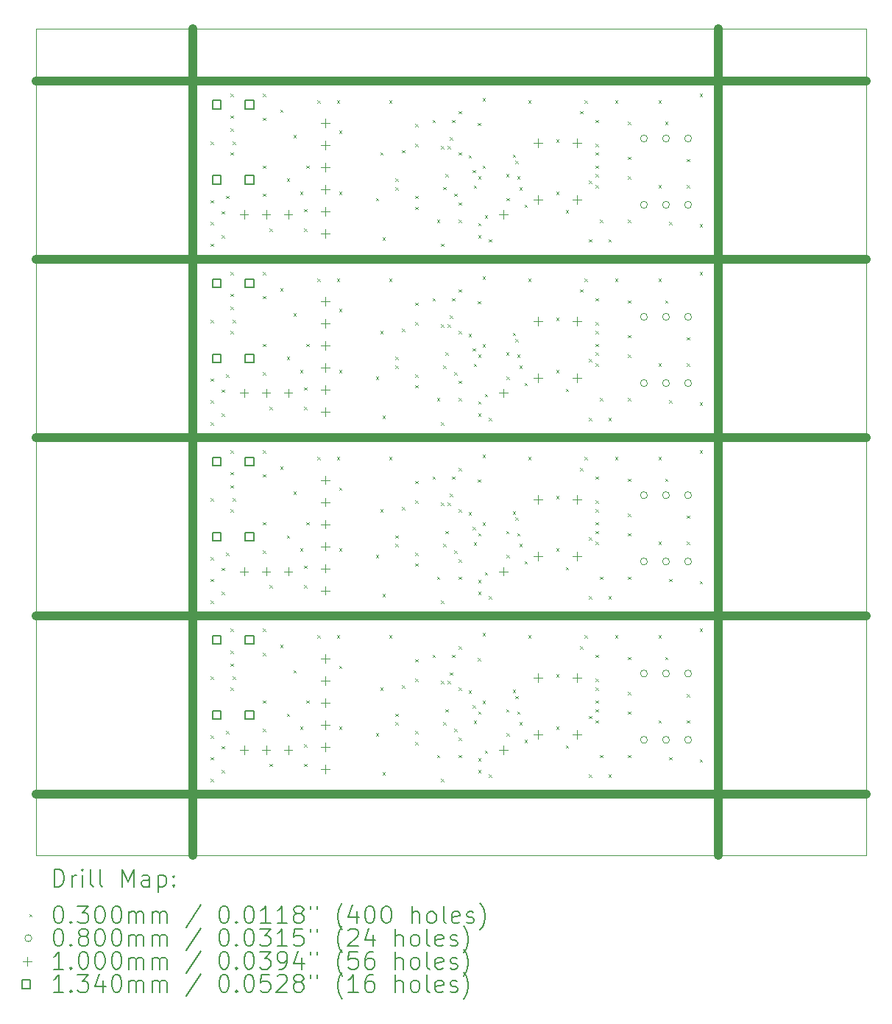
<source format=gbr>
%TF.GenerationSoftware,KiCad,Pcbnew,7.0.5*%
%TF.CreationDate,2023-11-06T22:38:09+10:00*%
%TF.ProjectId,TallyLight_Panel,54616c6c-794c-4696-9768-745f50616e65,rev?*%
%TF.SameCoordinates,Original*%
%TF.FileFunction,Drillmap*%
%TF.FilePolarity,Positive*%
%FSLAX45Y45*%
G04 Gerber Fmt 4.5, Leading zero omitted, Abs format (unit mm)*
G04 Created by KiCad (PCBNEW 7.0.5) date 2023-11-06 22:38:09*
%MOMM*%
%LPD*%
G01*
G04 APERTURE LIST*
%ADD10C,1.000000*%
%ADD11C,0.100000*%
%ADD12C,0.200000*%
%ADD13C,0.030000*%
%ADD14C,0.080000*%
%ADD15C,0.134000*%
G04 APERTURE END LIST*
D10*
X14600000Y-14100000D02*
X14600000Y-4600000D01*
X8550000Y-14100000D02*
X8550000Y-4600000D01*
X6750000Y-13400000D02*
X16300000Y-13400000D01*
X6750000Y-5200000D02*
X16300000Y-5200000D01*
D11*
X6750000Y-4600000D02*
X16300000Y-4600000D01*
X16300000Y-14100000D01*
X6750000Y-14100000D01*
X6750000Y-4600000D01*
D10*
X6750000Y-11350000D02*
X16300000Y-11350000D01*
X6750000Y-9300000D02*
X16300000Y-9300000D01*
X6750000Y-7250000D02*
X16300000Y-7250000D01*
D12*
D13*
X8760000Y-5897500D02*
X8790000Y-5927500D01*
X8790000Y-5897500D02*
X8760000Y-5927500D01*
X8760000Y-6572500D02*
X8790000Y-6602500D01*
X8790000Y-6572500D02*
X8760000Y-6602500D01*
X8760000Y-6822500D02*
X8790000Y-6852500D01*
X8790000Y-6822500D02*
X8760000Y-6852500D01*
X8760000Y-7072500D02*
X8790000Y-7102500D01*
X8790000Y-7072500D02*
X8760000Y-7102500D01*
X8760000Y-7947500D02*
X8790000Y-7977500D01*
X8790000Y-7947500D02*
X8760000Y-7977500D01*
X8760000Y-8622500D02*
X8790000Y-8652500D01*
X8790000Y-8622500D02*
X8760000Y-8652500D01*
X8760000Y-8872500D02*
X8790000Y-8902500D01*
X8790000Y-8872500D02*
X8760000Y-8902500D01*
X8760000Y-9122500D02*
X8790000Y-9152500D01*
X8790000Y-9122500D02*
X8760000Y-9152500D01*
X8760000Y-9997500D02*
X8790000Y-10027500D01*
X8790000Y-9997500D02*
X8760000Y-10027500D01*
X8760000Y-10672500D02*
X8790000Y-10702500D01*
X8790000Y-10672500D02*
X8760000Y-10702500D01*
X8760000Y-10922500D02*
X8790000Y-10952500D01*
X8790000Y-10922500D02*
X8760000Y-10952500D01*
X8760000Y-11172500D02*
X8790000Y-11202500D01*
X8790000Y-11172500D02*
X8760000Y-11202500D01*
X8760000Y-12047500D02*
X8790000Y-12077500D01*
X8790000Y-12047500D02*
X8760000Y-12077500D01*
X8760000Y-12722500D02*
X8790000Y-12752500D01*
X8790000Y-12722500D02*
X8760000Y-12752500D01*
X8760000Y-12972500D02*
X8790000Y-13002500D01*
X8790000Y-12972500D02*
X8760000Y-13002500D01*
X8760000Y-13222500D02*
X8790000Y-13252500D01*
X8790000Y-13222500D02*
X8760000Y-13252500D01*
X8885000Y-6697500D02*
X8915000Y-6727500D01*
X8915000Y-6697500D02*
X8885000Y-6727500D01*
X8885000Y-6972500D02*
X8915000Y-7002500D01*
X8915000Y-6972500D02*
X8885000Y-7002500D01*
X8885000Y-8747500D02*
X8915000Y-8777500D01*
X8915000Y-8747500D02*
X8885000Y-8777500D01*
X8885000Y-9022500D02*
X8915000Y-9052500D01*
X8915000Y-9022500D02*
X8885000Y-9052500D01*
X8885000Y-10797500D02*
X8915000Y-10827500D01*
X8915000Y-10797500D02*
X8885000Y-10827500D01*
X8885000Y-11072500D02*
X8915000Y-11102500D01*
X8915000Y-11072500D02*
X8885000Y-11102500D01*
X8885000Y-12847500D02*
X8915000Y-12877500D01*
X8915000Y-12847500D02*
X8885000Y-12877500D01*
X8885000Y-13122500D02*
X8915000Y-13152500D01*
X8915000Y-13122500D02*
X8885000Y-13152500D01*
X8935000Y-6522500D02*
X8965000Y-6552500D01*
X8965000Y-6522500D02*
X8935000Y-6552500D01*
X8935000Y-8572500D02*
X8965000Y-8602500D01*
X8965000Y-8572500D02*
X8935000Y-8602500D01*
X8935000Y-10622500D02*
X8965000Y-10652500D01*
X8965000Y-10622500D02*
X8935000Y-10652500D01*
X8935000Y-12672500D02*
X8965000Y-12702500D01*
X8965000Y-12672500D02*
X8935000Y-12702500D01*
X8985000Y-5347500D02*
X9015000Y-5377500D01*
X9015000Y-5347500D02*
X8985000Y-5377500D01*
X8985000Y-5597500D02*
X9015000Y-5627500D01*
X9015000Y-5597500D02*
X8985000Y-5627500D01*
X8985000Y-5747500D02*
X9015000Y-5777500D01*
X9015000Y-5747500D02*
X8985000Y-5777500D01*
X8985000Y-6022500D02*
X9015000Y-6052500D01*
X9015000Y-6022500D02*
X8985000Y-6052500D01*
X8985000Y-7397500D02*
X9015000Y-7427500D01*
X9015000Y-7397500D02*
X8985000Y-7427500D01*
X8985000Y-7647500D02*
X9015000Y-7677500D01*
X9015000Y-7647500D02*
X8985000Y-7677500D01*
X8985000Y-7797500D02*
X9015000Y-7827500D01*
X9015000Y-7797500D02*
X8985000Y-7827500D01*
X8985000Y-8072500D02*
X9015000Y-8102500D01*
X9015000Y-8072500D02*
X8985000Y-8102500D01*
X8985000Y-9447500D02*
X9015000Y-9477500D01*
X9015000Y-9447500D02*
X8985000Y-9477500D01*
X8985000Y-9697500D02*
X9015000Y-9727500D01*
X9015000Y-9697500D02*
X8985000Y-9727500D01*
X8985000Y-9847500D02*
X9015000Y-9877500D01*
X9015000Y-9847500D02*
X8985000Y-9877500D01*
X8985000Y-10122500D02*
X9015000Y-10152500D01*
X9015000Y-10122500D02*
X8985000Y-10152500D01*
X8985000Y-11497500D02*
X9015000Y-11527500D01*
X9015000Y-11497500D02*
X8985000Y-11527500D01*
X8985000Y-11747500D02*
X9015000Y-11777500D01*
X9015000Y-11747500D02*
X8985000Y-11777500D01*
X8985000Y-11897500D02*
X9015000Y-11927500D01*
X9015000Y-11897500D02*
X8985000Y-11927500D01*
X8985000Y-12172500D02*
X9015000Y-12202500D01*
X9015000Y-12172500D02*
X8985000Y-12202500D01*
X9010000Y-5897500D02*
X9040000Y-5927500D01*
X9040000Y-5897500D02*
X9010000Y-5927500D01*
X9010000Y-7947500D02*
X9040000Y-7977500D01*
X9040000Y-7947500D02*
X9010000Y-7977500D01*
X9010000Y-9997500D02*
X9040000Y-10027500D01*
X9040000Y-9997500D02*
X9010000Y-10027500D01*
X9010000Y-12047500D02*
X9040000Y-12077500D01*
X9040000Y-12047500D02*
X9010000Y-12077500D01*
X9360000Y-5347500D02*
X9390000Y-5377500D01*
X9390000Y-5347500D02*
X9360000Y-5377500D01*
X9360000Y-5622500D02*
X9390000Y-5652500D01*
X9390000Y-5622500D02*
X9360000Y-5652500D01*
X9360000Y-6172500D02*
X9390000Y-6202500D01*
X9390000Y-6172500D02*
X9360000Y-6202500D01*
X9360000Y-6497500D02*
X9390000Y-6527500D01*
X9390000Y-6497500D02*
X9360000Y-6527500D01*
X9360000Y-7397500D02*
X9390000Y-7427500D01*
X9390000Y-7397500D02*
X9360000Y-7427500D01*
X9360000Y-7672500D02*
X9390000Y-7702500D01*
X9390000Y-7672500D02*
X9360000Y-7702500D01*
X9360000Y-8222500D02*
X9390000Y-8252500D01*
X9390000Y-8222500D02*
X9360000Y-8252500D01*
X9360000Y-8547500D02*
X9390000Y-8577500D01*
X9390000Y-8547500D02*
X9360000Y-8577500D01*
X9360000Y-9447500D02*
X9390000Y-9477500D01*
X9390000Y-9447500D02*
X9360000Y-9477500D01*
X9360000Y-9722500D02*
X9390000Y-9752500D01*
X9390000Y-9722500D02*
X9360000Y-9752500D01*
X9360000Y-10272500D02*
X9390000Y-10302500D01*
X9390000Y-10272500D02*
X9360000Y-10302500D01*
X9360000Y-10597500D02*
X9390000Y-10627500D01*
X9390000Y-10597500D02*
X9360000Y-10627500D01*
X9360000Y-11497500D02*
X9390000Y-11527500D01*
X9390000Y-11497500D02*
X9360000Y-11527500D01*
X9360000Y-11772500D02*
X9390000Y-11802500D01*
X9390000Y-11772500D02*
X9360000Y-11802500D01*
X9360000Y-12322500D02*
X9390000Y-12352500D01*
X9390000Y-12322500D02*
X9360000Y-12352500D01*
X9360000Y-12647500D02*
X9390000Y-12677500D01*
X9390000Y-12647500D02*
X9360000Y-12677500D01*
X9435000Y-6897500D02*
X9465000Y-6927500D01*
X9465000Y-6897500D02*
X9435000Y-6927500D01*
X9435000Y-8947500D02*
X9465000Y-8977500D01*
X9465000Y-8947500D02*
X9435000Y-8977500D01*
X9435000Y-10997500D02*
X9465000Y-11027500D01*
X9465000Y-10997500D02*
X9435000Y-11027500D01*
X9435000Y-13047500D02*
X9465000Y-13077500D01*
X9465000Y-13047500D02*
X9435000Y-13077500D01*
X9560000Y-5532350D02*
X9590000Y-5562350D01*
X9590000Y-5532350D02*
X9560000Y-5562350D01*
X9560000Y-7582350D02*
X9590000Y-7612350D01*
X9590000Y-7582350D02*
X9560000Y-7612350D01*
X9560000Y-9632350D02*
X9590000Y-9662350D01*
X9590000Y-9632350D02*
X9560000Y-9662350D01*
X9560000Y-11682350D02*
X9590000Y-11712350D01*
X9590000Y-11682350D02*
X9560000Y-11712350D01*
X9635000Y-6322500D02*
X9665000Y-6352500D01*
X9665000Y-6322500D02*
X9635000Y-6352500D01*
X9635000Y-8372500D02*
X9665000Y-8402500D01*
X9665000Y-8372500D02*
X9635000Y-8402500D01*
X9635000Y-10422500D02*
X9665000Y-10452500D01*
X9665000Y-10422500D02*
X9635000Y-10452500D01*
X9635000Y-12472500D02*
X9665000Y-12502500D01*
X9665000Y-12472500D02*
X9635000Y-12502500D01*
X9710000Y-5822500D02*
X9740000Y-5852500D01*
X9740000Y-5822500D02*
X9710000Y-5852500D01*
X9710000Y-7872500D02*
X9740000Y-7902500D01*
X9740000Y-7872500D02*
X9710000Y-7902500D01*
X9710000Y-9922500D02*
X9740000Y-9952500D01*
X9740000Y-9922500D02*
X9710000Y-9952500D01*
X9710000Y-11972500D02*
X9740000Y-12002500D01*
X9740000Y-11972500D02*
X9710000Y-12002500D01*
X9785000Y-6472500D02*
X9815000Y-6502500D01*
X9815000Y-6472500D02*
X9785000Y-6502500D01*
X9785000Y-8522500D02*
X9815000Y-8552500D01*
X9815000Y-8522500D02*
X9785000Y-8552500D01*
X9785000Y-10572500D02*
X9815000Y-10602500D01*
X9815000Y-10572500D02*
X9785000Y-10602500D01*
X9785000Y-12622500D02*
X9815000Y-12652500D01*
X9815000Y-12622500D02*
X9785000Y-12652500D01*
X9835000Y-6672500D02*
X9865000Y-6702500D01*
X9865000Y-6672500D02*
X9835000Y-6702500D01*
X9835000Y-6897500D02*
X9865000Y-6927500D01*
X9865000Y-6897500D02*
X9835000Y-6927500D01*
X9835000Y-8722500D02*
X9865000Y-8752500D01*
X9865000Y-8722500D02*
X9835000Y-8752500D01*
X9835000Y-8947500D02*
X9865000Y-8977500D01*
X9865000Y-8947500D02*
X9835000Y-8977500D01*
X9835000Y-10772500D02*
X9865000Y-10802500D01*
X9865000Y-10772500D02*
X9835000Y-10802500D01*
X9835000Y-10997500D02*
X9865000Y-11027500D01*
X9865000Y-10997500D02*
X9835000Y-11027500D01*
X9835000Y-12822500D02*
X9865000Y-12852500D01*
X9865000Y-12822500D02*
X9835000Y-12852500D01*
X9835000Y-13047500D02*
X9865000Y-13077500D01*
X9865000Y-13047500D02*
X9835000Y-13077500D01*
X9860000Y-6172500D02*
X9890000Y-6202500D01*
X9890000Y-6172500D02*
X9860000Y-6202500D01*
X9860000Y-8222500D02*
X9890000Y-8252500D01*
X9890000Y-8222500D02*
X9860000Y-8252500D01*
X9860000Y-10272500D02*
X9890000Y-10302500D01*
X9890000Y-10272500D02*
X9860000Y-10302500D01*
X9860000Y-12322500D02*
X9890000Y-12352500D01*
X9890000Y-12322500D02*
X9860000Y-12352500D01*
X9985000Y-5422500D02*
X10015000Y-5452500D01*
X10015000Y-5422500D02*
X9985000Y-5452500D01*
X9985000Y-7472500D02*
X10015000Y-7502500D01*
X10015000Y-7472500D02*
X9985000Y-7502500D01*
X9985000Y-9522500D02*
X10015000Y-9552500D01*
X10015000Y-9522500D02*
X9985000Y-9552500D01*
X9985000Y-11572500D02*
X10015000Y-11602500D01*
X10015000Y-11572500D02*
X9985000Y-11602500D01*
X10210000Y-5422500D02*
X10240000Y-5452500D01*
X10240000Y-5422500D02*
X10210000Y-5452500D01*
X10210000Y-7472500D02*
X10240000Y-7502500D01*
X10240000Y-7472500D02*
X10210000Y-7502500D01*
X10210000Y-9522500D02*
X10240000Y-9552500D01*
X10240000Y-9522500D02*
X10210000Y-9552500D01*
X10210000Y-11572500D02*
X10240000Y-11602500D01*
X10240000Y-11572500D02*
X10210000Y-11602500D01*
X10235000Y-5772500D02*
X10265000Y-5802500D01*
X10265000Y-5772500D02*
X10235000Y-5802500D01*
X10235000Y-6472500D02*
X10265000Y-6502500D01*
X10265000Y-6472500D02*
X10235000Y-6502500D01*
X10235000Y-7822500D02*
X10265000Y-7852500D01*
X10265000Y-7822500D02*
X10235000Y-7852500D01*
X10235000Y-8522500D02*
X10265000Y-8552500D01*
X10265000Y-8522500D02*
X10235000Y-8552500D01*
X10235000Y-9872500D02*
X10265000Y-9902500D01*
X10265000Y-9872500D02*
X10235000Y-9902500D01*
X10235000Y-10572500D02*
X10265000Y-10602500D01*
X10265000Y-10572500D02*
X10235000Y-10602500D01*
X10235000Y-11922500D02*
X10265000Y-11952500D01*
X10265000Y-11922500D02*
X10235000Y-11952500D01*
X10235000Y-12622500D02*
X10265000Y-12652500D01*
X10265000Y-12622500D02*
X10235000Y-12652500D01*
X10660000Y-6547500D02*
X10690000Y-6577500D01*
X10690000Y-6547500D02*
X10660000Y-6577500D01*
X10660000Y-8597500D02*
X10690000Y-8627500D01*
X10690000Y-8597500D02*
X10660000Y-8627500D01*
X10660000Y-10647500D02*
X10690000Y-10677500D01*
X10690000Y-10647500D02*
X10660000Y-10677500D01*
X10660000Y-12697500D02*
X10690000Y-12727500D01*
X10690000Y-12697500D02*
X10660000Y-12727500D01*
X10710000Y-6022500D02*
X10740000Y-6052500D01*
X10740000Y-6022500D02*
X10710000Y-6052500D01*
X10710000Y-8072500D02*
X10740000Y-8102500D01*
X10740000Y-8072500D02*
X10710000Y-8102500D01*
X10710000Y-10122500D02*
X10740000Y-10152500D01*
X10740000Y-10122500D02*
X10710000Y-10152500D01*
X10710000Y-12172500D02*
X10740000Y-12202500D01*
X10740000Y-12172500D02*
X10710000Y-12202500D01*
X10735000Y-6997500D02*
X10765000Y-7027500D01*
X10765000Y-6997500D02*
X10735000Y-7027500D01*
X10735000Y-9047500D02*
X10765000Y-9077500D01*
X10765000Y-9047500D02*
X10735000Y-9077500D01*
X10735000Y-11097500D02*
X10765000Y-11127500D01*
X10765000Y-11097500D02*
X10735000Y-11127500D01*
X10735000Y-13147500D02*
X10765000Y-13177500D01*
X10765000Y-13147500D02*
X10735000Y-13177500D01*
X10810000Y-5422500D02*
X10840000Y-5452500D01*
X10840000Y-5422500D02*
X10810000Y-5452500D01*
X10810000Y-7472500D02*
X10840000Y-7502500D01*
X10840000Y-7472500D02*
X10810000Y-7502500D01*
X10810000Y-9522500D02*
X10840000Y-9552500D01*
X10840000Y-9522500D02*
X10810000Y-9552500D01*
X10810000Y-11572500D02*
X10840000Y-11602500D01*
X10840000Y-11572500D02*
X10810000Y-11602500D01*
X10885000Y-6322500D02*
X10915000Y-6352500D01*
X10915000Y-6322500D02*
X10885000Y-6352500D01*
X10885000Y-6422500D02*
X10915000Y-6452500D01*
X10915000Y-6422500D02*
X10885000Y-6452500D01*
X10885000Y-8372500D02*
X10915000Y-8402500D01*
X10915000Y-8372500D02*
X10885000Y-8402500D01*
X10885000Y-8472500D02*
X10915000Y-8502500D01*
X10915000Y-8472500D02*
X10885000Y-8502500D01*
X10885000Y-10422500D02*
X10915000Y-10452500D01*
X10915000Y-10422500D02*
X10885000Y-10452500D01*
X10885000Y-10522500D02*
X10915000Y-10552500D01*
X10915000Y-10522500D02*
X10885000Y-10552500D01*
X10885000Y-12472500D02*
X10915000Y-12502500D01*
X10915000Y-12472500D02*
X10885000Y-12502500D01*
X10885000Y-12572500D02*
X10915000Y-12602500D01*
X10915000Y-12572500D02*
X10885000Y-12602500D01*
X10960000Y-5997500D02*
X10990000Y-6027500D01*
X10990000Y-5997500D02*
X10960000Y-6027500D01*
X10960000Y-8047500D02*
X10990000Y-8077500D01*
X10990000Y-8047500D02*
X10960000Y-8077500D01*
X10960000Y-10097500D02*
X10990000Y-10127500D01*
X10990000Y-10097500D02*
X10960000Y-10127500D01*
X10960000Y-12147500D02*
X10990000Y-12177500D01*
X10990000Y-12147500D02*
X10960000Y-12177500D01*
X11110000Y-5697500D02*
X11140000Y-5727500D01*
X11140000Y-5697500D02*
X11110000Y-5727500D01*
X11110000Y-5922500D02*
X11140000Y-5952500D01*
X11140000Y-5922500D02*
X11110000Y-5952500D01*
X11110000Y-6522500D02*
X11140000Y-6552500D01*
X11140000Y-6522500D02*
X11110000Y-6552500D01*
X11110000Y-6647500D02*
X11140000Y-6677500D01*
X11140000Y-6647500D02*
X11110000Y-6677500D01*
X11110000Y-7747500D02*
X11140000Y-7777500D01*
X11140000Y-7747500D02*
X11110000Y-7777500D01*
X11110000Y-7972500D02*
X11140000Y-8002500D01*
X11140000Y-7972500D02*
X11110000Y-8002500D01*
X11110000Y-8572500D02*
X11140000Y-8602500D01*
X11140000Y-8572500D02*
X11110000Y-8602500D01*
X11110000Y-8697500D02*
X11140000Y-8727500D01*
X11140000Y-8697500D02*
X11110000Y-8727500D01*
X11110000Y-9797500D02*
X11140000Y-9827500D01*
X11140000Y-9797500D02*
X11110000Y-9827500D01*
X11110000Y-10022500D02*
X11140000Y-10052500D01*
X11140000Y-10022500D02*
X11110000Y-10052500D01*
X11110000Y-10622500D02*
X11140000Y-10652500D01*
X11140000Y-10622500D02*
X11110000Y-10652500D01*
X11110000Y-10747500D02*
X11140000Y-10777500D01*
X11140000Y-10747500D02*
X11110000Y-10777500D01*
X11110000Y-11847500D02*
X11140000Y-11877500D01*
X11140000Y-11847500D02*
X11110000Y-11877500D01*
X11110000Y-12072500D02*
X11140000Y-12102500D01*
X11140000Y-12072500D02*
X11110000Y-12102500D01*
X11110000Y-12672500D02*
X11140000Y-12702500D01*
X11140000Y-12672500D02*
X11110000Y-12702500D01*
X11110000Y-12797500D02*
X11140000Y-12827500D01*
X11140000Y-12797500D02*
X11110000Y-12827500D01*
X11310000Y-5647500D02*
X11340000Y-5677500D01*
X11340000Y-5647500D02*
X11310000Y-5677500D01*
X11310000Y-7697500D02*
X11340000Y-7727500D01*
X11340000Y-7697500D02*
X11310000Y-7727500D01*
X11310000Y-9747500D02*
X11340000Y-9777500D01*
X11340000Y-9747500D02*
X11310000Y-9777500D01*
X11310000Y-11797500D02*
X11340000Y-11827500D01*
X11340000Y-11797500D02*
X11310000Y-11827500D01*
X11360000Y-6797500D02*
X11390000Y-6827500D01*
X11390000Y-6797500D02*
X11360000Y-6827500D01*
X11360000Y-8847500D02*
X11390000Y-8877500D01*
X11390000Y-8847500D02*
X11360000Y-8877500D01*
X11360000Y-10897500D02*
X11390000Y-10927500D01*
X11390000Y-10897500D02*
X11360000Y-10927500D01*
X11360000Y-12947500D02*
X11390000Y-12977500D01*
X11390000Y-12947500D02*
X11360000Y-12977500D01*
X11410000Y-5947500D02*
X11440000Y-5977500D01*
X11440000Y-5947500D02*
X11410000Y-5977500D01*
X11410000Y-7072350D02*
X11440000Y-7102350D01*
X11440000Y-7072350D02*
X11410000Y-7102350D01*
X11410000Y-7997500D02*
X11440000Y-8027500D01*
X11440000Y-7997500D02*
X11410000Y-8027500D01*
X11410000Y-9122350D02*
X11440000Y-9152350D01*
X11440000Y-9122350D02*
X11410000Y-9152350D01*
X11410000Y-10047500D02*
X11440000Y-10077500D01*
X11440000Y-10047500D02*
X11410000Y-10077500D01*
X11410000Y-11172350D02*
X11440000Y-11202350D01*
X11440000Y-11172350D02*
X11410000Y-11202350D01*
X11410000Y-12097500D02*
X11440000Y-12127500D01*
X11440000Y-12097500D02*
X11410000Y-12127500D01*
X11410000Y-13222350D02*
X11440000Y-13252350D01*
X11440000Y-13222350D02*
X11410000Y-13252350D01*
X11433628Y-6421128D02*
X11463628Y-6451128D01*
X11463628Y-6421128D02*
X11433628Y-6451128D01*
X11433628Y-8471129D02*
X11463628Y-8501129D01*
X11463628Y-8471129D02*
X11433628Y-8501129D01*
X11433628Y-10521129D02*
X11463628Y-10551129D01*
X11463628Y-10521129D02*
X11433628Y-10551129D01*
X11433628Y-12571128D02*
X11463628Y-12601128D01*
X11463628Y-12571128D02*
X11433628Y-12601128D01*
X11460000Y-6272500D02*
X11490000Y-6302500D01*
X11490000Y-6272500D02*
X11460000Y-6302500D01*
X11460000Y-8322500D02*
X11490000Y-8352500D01*
X11490000Y-8322500D02*
X11460000Y-8352500D01*
X11460000Y-10372500D02*
X11490000Y-10402500D01*
X11490000Y-10372500D02*
X11460000Y-10402500D01*
X11460000Y-12422500D02*
X11490000Y-12452500D01*
X11490000Y-12422500D02*
X11460000Y-12452500D01*
X11485000Y-5947500D02*
X11515000Y-5977500D01*
X11515000Y-5947500D02*
X11485000Y-5977500D01*
X11485000Y-7997500D02*
X11515000Y-8027500D01*
X11515000Y-7997500D02*
X11485000Y-8027500D01*
X11485000Y-10047500D02*
X11515000Y-10077500D01*
X11515000Y-10047500D02*
X11485000Y-10077500D01*
X11485000Y-12097500D02*
X11515000Y-12127500D01*
X11515000Y-12097500D02*
X11485000Y-12127500D01*
X11510000Y-5847500D02*
X11540000Y-5877500D01*
X11540000Y-5847500D02*
X11510000Y-5877500D01*
X11510000Y-7897500D02*
X11540000Y-7927500D01*
X11540000Y-7897500D02*
X11510000Y-7927500D01*
X11510000Y-9947500D02*
X11540000Y-9977500D01*
X11540000Y-9947500D02*
X11510000Y-9977500D01*
X11510000Y-11997500D02*
X11540000Y-12027500D01*
X11540000Y-11997500D02*
X11510000Y-12027500D01*
X11535000Y-5647500D02*
X11565000Y-5677500D01*
X11565000Y-5647500D02*
X11535000Y-5677500D01*
X11535000Y-7697500D02*
X11565000Y-7727500D01*
X11565000Y-7697500D02*
X11535000Y-7727500D01*
X11535000Y-9747500D02*
X11565000Y-9777500D01*
X11565000Y-9747500D02*
X11535000Y-9777500D01*
X11535000Y-11797500D02*
X11565000Y-11827500D01*
X11565000Y-11797500D02*
X11535000Y-11827500D01*
X11560000Y-6497500D02*
X11590000Y-6527500D01*
X11590000Y-6497500D02*
X11560000Y-6527500D01*
X11560000Y-8547500D02*
X11590000Y-8577500D01*
X11590000Y-8547500D02*
X11560000Y-8577500D01*
X11560000Y-10597500D02*
X11590000Y-10627500D01*
X11590000Y-10597500D02*
X11560000Y-10627500D01*
X11560000Y-12647500D02*
X11590000Y-12677500D01*
X11590000Y-12647500D02*
X11560000Y-12677500D01*
X11609850Y-6797500D02*
X11639850Y-6827500D01*
X11639850Y-6797500D02*
X11609850Y-6827500D01*
X11609850Y-8847500D02*
X11639850Y-8877500D01*
X11639850Y-8847500D02*
X11609850Y-8877500D01*
X11609850Y-10897500D02*
X11639850Y-10927500D01*
X11639850Y-10897500D02*
X11609850Y-10927500D01*
X11609850Y-12947500D02*
X11639850Y-12977500D01*
X11639850Y-12947500D02*
X11609850Y-12977500D01*
X11610000Y-5547500D02*
X11640000Y-5577500D01*
X11640000Y-5547500D02*
X11610000Y-5577500D01*
X11610000Y-6022500D02*
X11640000Y-6052500D01*
X11640000Y-6022500D02*
X11610000Y-6052500D01*
X11610000Y-7597500D02*
X11640000Y-7627500D01*
X11640000Y-7597500D02*
X11610000Y-7627500D01*
X11610000Y-8072500D02*
X11640000Y-8102500D01*
X11640000Y-8072500D02*
X11610000Y-8102500D01*
X11610000Y-9647500D02*
X11640000Y-9677500D01*
X11640000Y-9647500D02*
X11610000Y-9677500D01*
X11610000Y-10122500D02*
X11640000Y-10152500D01*
X11640000Y-10122500D02*
X11610000Y-10152500D01*
X11610000Y-11697500D02*
X11640000Y-11727500D01*
X11640000Y-11697500D02*
X11610000Y-11727500D01*
X11610000Y-12172500D02*
X11640000Y-12202500D01*
X11640000Y-12172500D02*
X11610000Y-12202500D01*
X11612650Y-6597500D02*
X11642650Y-6627500D01*
X11642650Y-6597500D02*
X11612650Y-6627500D01*
X11612650Y-8647500D02*
X11642650Y-8677500D01*
X11642650Y-8647500D02*
X11612650Y-8677500D01*
X11612650Y-10697500D02*
X11642650Y-10727500D01*
X11642650Y-10697500D02*
X11612650Y-10727500D01*
X11612650Y-12747500D02*
X11642650Y-12777500D01*
X11642650Y-12747500D02*
X11612650Y-12777500D01*
X11725406Y-6057165D02*
X11755406Y-6087165D01*
X11755406Y-6057165D02*
X11725406Y-6087165D01*
X11725406Y-8107165D02*
X11755406Y-8137165D01*
X11755406Y-8107165D02*
X11725406Y-8137165D01*
X11725406Y-10157165D02*
X11755406Y-10187165D01*
X11755406Y-10157165D02*
X11725406Y-10187165D01*
X11725406Y-12207165D02*
X11755406Y-12237165D01*
X11755406Y-12207165D02*
X11725406Y-12237165D01*
X11770350Y-6225309D02*
X11800350Y-6255309D01*
X11800350Y-6225309D02*
X11770350Y-6255309D01*
X11770350Y-8275309D02*
X11800350Y-8305309D01*
X11800350Y-8275309D02*
X11770350Y-8305309D01*
X11770350Y-10325309D02*
X11800350Y-10355309D01*
X11800350Y-10325309D02*
X11770350Y-10355309D01*
X11770350Y-12375309D02*
X11800350Y-12405309D01*
X11800350Y-12375309D02*
X11770350Y-12405309D01*
X11785152Y-6402850D02*
X11815152Y-6432850D01*
X11815152Y-6402850D02*
X11785152Y-6432850D01*
X11785152Y-8452850D02*
X11815152Y-8482850D01*
X11815152Y-8452850D02*
X11785152Y-8482850D01*
X11785152Y-10502850D02*
X11815152Y-10532850D01*
X11815152Y-10502850D02*
X11785152Y-10532850D01*
X11785152Y-12552850D02*
X11815152Y-12582850D01*
X11815152Y-12552850D02*
X11785152Y-12582850D01*
X11829956Y-5682023D02*
X11859956Y-5712023D01*
X11859956Y-5682023D02*
X11829956Y-5712023D01*
X11829956Y-7732023D02*
X11859956Y-7762023D01*
X11859956Y-7732023D02*
X11829956Y-7762023D01*
X11829956Y-9782023D02*
X11859956Y-9812023D01*
X11859956Y-9782023D02*
X11829956Y-9812023D01*
X11829956Y-11832023D02*
X11859956Y-11862023D01*
X11859956Y-11832023D02*
X11829956Y-11862023D01*
X11835000Y-6297500D02*
X11865000Y-6327500D01*
X11865000Y-6297500D02*
X11835000Y-6327500D01*
X11835000Y-6834850D02*
X11865000Y-6864850D01*
X11865000Y-6834850D02*
X11835000Y-6864850D01*
X11835000Y-6972500D02*
X11865000Y-7002500D01*
X11865000Y-6972500D02*
X11835000Y-7002500D01*
X11835000Y-8347500D02*
X11865000Y-8377500D01*
X11865000Y-8347500D02*
X11835000Y-8377500D01*
X11835000Y-8884850D02*
X11865000Y-8914850D01*
X11865000Y-8884850D02*
X11835000Y-8914850D01*
X11835000Y-9022500D02*
X11865000Y-9052500D01*
X11865000Y-9022500D02*
X11835000Y-9052500D01*
X11835000Y-10397500D02*
X11865000Y-10427500D01*
X11865000Y-10397500D02*
X11835000Y-10427500D01*
X11835000Y-10934850D02*
X11865000Y-10964850D01*
X11865000Y-10934850D02*
X11835000Y-10964850D01*
X11835000Y-11072500D02*
X11865000Y-11102500D01*
X11865000Y-11072500D02*
X11835000Y-11102500D01*
X11835000Y-12447500D02*
X11865000Y-12477500D01*
X11865000Y-12447500D02*
X11835000Y-12477500D01*
X11835000Y-12984850D02*
X11865000Y-13014850D01*
X11865000Y-12984850D02*
X11835000Y-13014850D01*
X11835000Y-13122500D02*
X11865000Y-13152500D01*
X11865000Y-13122500D02*
X11835000Y-13152500D01*
X11885000Y-5397500D02*
X11915000Y-5427500D01*
X11915000Y-5397500D02*
X11885000Y-5427500D01*
X11885000Y-6175150D02*
X11915000Y-6205150D01*
X11915000Y-6175150D02*
X11885000Y-6205150D01*
X11885000Y-7447500D02*
X11915000Y-7477500D01*
X11915000Y-7447500D02*
X11885000Y-7477500D01*
X11885000Y-8225150D02*
X11915000Y-8255150D01*
X11915000Y-8225150D02*
X11885000Y-8255150D01*
X11885000Y-9497500D02*
X11915000Y-9527500D01*
X11915000Y-9497500D02*
X11885000Y-9527500D01*
X11885000Y-10275150D02*
X11915000Y-10305150D01*
X11915000Y-10275150D02*
X11885000Y-10305150D01*
X11885000Y-11547500D02*
X11915000Y-11577500D01*
X11915000Y-11547500D02*
X11885000Y-11577500D01*
X11885000Y-12325150D02*
X11915000Y-12355150D01*
X11915000Y-12325150D02*
X11885000Y-12355150D01*
X11910000Y-6747500D02*
X11940000Y-6777500D01*
X11940000Y-6747500D02*
X11910000Y-6777500D01*
X11910000Y-8797500D02*
X11940000Y-8827500D01*
X11940000Y-8797500D02*
X11910000Y-8827500D01*
X11910000Y-10847500D02*
X11940000Y-10877500D01*
X11940000Y-10847500D02*
X11910000Y-10877500D01*
X11910000Y-12897500D02*
X11940000Y-12927500D01*
X11940000Y-12897500D02*
X11910000Y-12927500D01*
X11960000Y-7022500D02*
X11990000Y-7052500D01*
X11990000Y-7022500D02*
X11960000Y-7052500D01*
X11960000Y-9072500D02*
X11990000Y-9102500D01*
X11990000Y-9072500D02*
X11960000Y-9102500D01*
X11960000Y-11122500D02*
X11990000Y-11152500D01*
X11990000Y-11122500D02*
X11960000Y-11152500D01*
X11960000Y-13172500D02*
X11990000Y-13202500D01*
X11990000Y-13172500D02*
X11960000Y-13202500D01*
X12157350Y-6272500D02*
X12187350Y-6302500D01*
X12187350Y-6272500D02*
X12157350Y-6302500D01*
X12157350Y-8322500D02*
X12187350Y-8352500D01*
X12187350Y-8322500D02*
X12157350Y-8352500D01*
X12157350Y-10372500D02*
X12187350Y-10402500D01*
X12187350Y-10372500D02*
X12157350Y-10402500D01*
X12157350Y-12422500D02*
X12187350Y-12452500D01*
X12187350Y-12422500D02*
X12157350Y-12452500D01*
X12160000Y-6547500D02*
X12190000Y-6577500D01*
X12190000Y-6547500D02*
X12160000Y-6577500D01*
X12160000Y-8597500D02*
X12190000Y-8627500D01*
X12190000Y-8597500D02*
X12160000Y-8627500D01*
X12160000Y-10647500D02*
X12190000Y-10677500D01*
X12190000Y-10647500D02*
X12160000Y-10677500D01*
X12160000Y-12697500D02*
X12190000Y-12727500D01*
X12190000Y-12697500D02*
X12160000Y-12727500D01*
X12235000Y-6047500D02*
X12265000Y-6077500D01*
X12265000Y-6047500D02*
X12235000Y-6077500D01*
X12235000Y-8097500D02*
X12265000Y-8127500D01*
X12265000Y-8097500D02*
X12235000Y-8127500D01*
X12235000Y-10147500D02*
X12265000Y-10177500D01*
X12265000Y-10147500D02*
X12235000Y-10177500D01*
X12235000Y-12197500D02*
X12265000Y-12227500D01*
X12265000Y-12197500D02*
X12235000Y-12227500D01*
X12264026Y-6118474D02*
X12294026Y-6148474D01*
X12294026Y-6118474D02*
X12264026Y-6148474D01*
X12264026Y-8168474D02*
X12294026Y-8198474D01*
X12294026Y-8168474D02*
X12264026Y-8198474D01*
X12264026Y-10218474D02*
X12294026Y-10248474D01*
X12294026Y-10218474D02*
X12264026Y-10248474D01*
X12264026Y-12268474D02*
X12294026Y-12298474D01*
X12294026Y-12268474D02*
X12264026Y-12298474D01*
X12285000Y-6297500D02*
X12315000Y-6327500D01*
X12315000Y-6297500D02*
X12285000Y-6327500D01*
X12285000Y-8347500D02*
X12315000Y-8377500D01*
X12315000Y-8347500D02*
X12285000Y-8377500D01*
X12285000Y-10397500D02*
X12315000Y-10427500D01*
X12315000Y-10397500D02*
X12285000Y-10427500D01*
X12285000Y-12447500D02*
X12315000Y-12477500D01*
X12315000Y-12447500D02*
X12285000Y-12477500D01*
X12310000Y-6422500D02*
X12340000Y-6452500D01*
X12340000Y-6422500D02*
X12310000Y-6452500D01*
X12310000Y-8472500D02*
X12340000Y-8502500D01*
X12340000Y-8472500D02*
X12310000Y-8502500D01*
X12310000Y-10522500D02*
X12340000Y-10552500D01*
X12340000Y-10522500D02*
X12310000Y-10552500D01*
X12310000Y-12572500D02*
X12340000Y-12602500D01*
X12340000Y-12572500D02*
X12310000Y-12602500D01*
X12369600Y-6622500D02*
X12399600Y-6652500D01*
X12399600Y-6622500D02*
X12369600Y-6652500D01*
X12369600Y-8672500D02*
X12399600Y-8702500D01*
X12399600Y-8672500D02*
X12369600Y-8702500D01*
X12369600Y-10722500D02*
X12399600Y-10752500D01*
X12399600Y-10722500D02*
X12369600Y-10752500D01*
X12369600Y-12772500D02*
X12399600Y-12802500D01*
X12399600Y-12772500D02*
X12369600Y-12802500D01*
X12410000Y-5422500D02*
X12440000Y-5452500D01*
X12440000Y-5422500D02*
X12410000Y-5452500D01*
X12410000Y-7472500D02*
X12440000Y-7502500D01*
X12440000Y-7472500D02*
X12410000Y-7502500D01*
X12410000Y-9522500D02*
X12440000Y-9552500D01*
X12440000Y-9522500D02*
X12410000Y-9552500D01*
X12410000Y-11572500D02*
X12440000Y-11602500D01*
X12440000Y-11572500D02*
X12410000Y-11602500D01*
X12735000Y-5872500D02*
X12765000Y-5902500D01*
X12765000Y-5872500D02*
X12735000Y-5902500D01*
X12735000Y-6472500D02*
X12765000Y-6502500D01*
X12765000Y-6472500D02*
X12735000Y-6502500D01*
X12735000Y-7922500D02*
X12765000Y-7952500D01*
X12765000Y-7922500D02*
X12735000Y-7952500D01*
X12735000Y-8522500D02*
X12765000Y-8552500D01*
X12765000Y-8522500D02*
X12735000Y-8552500D01*
X12735000Y-9972500D02*
X12765000Y-10002500D01*
X12765000Y-9972500D02*
X12735000Y-10002500D01*
X12735000Y-10572500D02*
X12765000Y-10602500D01*
X12765000Y-10572500D02*
X12735000Y-10602500D01*
X12735000Y-12022500D02*
X12765000Y-12052500D01*
X12765000Y-12022500D02*
X12735000Y-12052500D01*
X12735000Y-12622500D02*
X12765000Y-12652500D01*
X12765000Y-12622500D02*
X12735000Y-12652500D01*
X12844375Y-6688125D02*
X12874375Y-6718125D01*
X12874375Y-6688125D02*
X12844375Y-6718125D01*
X12844375Y-8738125D02*
X12874375Y-8768125D01*
X12874375Y-8738125D02*
X12844375Y-8768125D01*
X12844375Y-10788125D02*
X12874375Y-10818125D01*
X12874375Y-10788125D02*
X12844375Y-10818125D01*
X12844375Y-12838125D02*
X12874375Y-12868125D01*
X12874375Y-12838125D02*
X12844375Y-12868125D01*
X13010000Y-5547500D02*
X13040000Y-5577500D01*
X13040000Y-5547500D02*
X13010000Y-5577500D01*
X13010000Y-7597500D02*
X13040000Y-7627500D01*
X13040000Y-7597500D02*
X13010000Y-7627500D01*
X13010000Y-9647500D02*
X13040000Y-9677500D01*
X13040000Y-9647500D02*
X13010000Y-9677500D01*
X13010000Y-11697500D02*
X13040000Y-11727500D01*
X13040000Y-11697500D02*
X13010000Y-11727500D01*
X13060000Y-5422500D02*
X13090000Y-5452500D01*
X13090000Y-5422500D02*
X13060000Y-5452500D01*
X13060000Y-7472500D02*
X13090000Y-7502500D01*
X13090000Y-7472500D02*
X13060000Y-7502500D01*
X13060000Y-9522500D02*
X13090000Y-9552500D01*
X13090000Y-9522500D02*
X13060000Y-9552500D01*
X13060000Y-11572500D02*
X13090000Y-11602500D01*
X13090000Y-11572500D02*
X13060000Y-11602500D01*
X13110000Y-6347500D02*
X13140000Y-6377500D01*
X13140000Y-6347500D02*
X13110000Y-6377500D01*
X13110000Y-7022500D02*
X13140000Y-7052500D01*
X13140000Y-7022500D02*
X13110000Y-7052500D01*
X13110000Y-8397500D02*
X13140000Y-8427500D01*
X13140000Y-8397500D02*
X13110000Y-8427500D01*
X13110000Y-9072500D02*
X13140000Y-9102500D01*
X13140000Y-9072500D02*
X13110000Y-9102500D01*
X13110000Y-10447500D02*
X13140000Y-10477500D01*
X13140000Y-10447500D02*
X13110000Y-10477500D01*
X13110000Y-11122500D02*
X13140000Y-11152500D01*
X13140000Y-11122500D02*
X13110000Y-11152500D01*
X13110000Y-12497500D02*
X13140000Y-12527500D01*
X13140000Y-12497500D02*
X13110000Y-12527500D01*
X13110000Y-13172500D02*
X13140000Y-13202500D01*
X13140000Y-13172500D02*
X13110000Y-13202500D01*
X13185000Y-5647500D02*
X13215000Y-5677500D01*
X13215000Y-5647500D02*
X13185000Y-5677500D01*
X13185000Y-5922500D02*
X13215000Y-5952500D01*
X13215000Y-5922500D02*
X13185000Y-5952500D01*
X13185000Y-6022500D02*
X13215000Y-6052500D01*
X13215000Y-6022500D02*
X13185000Y-6052500D01*
X13185000Y-6172500D02*
X13215000Y-6202500D01*
X13215000Y-6172500D02*
X13185000Y-6202500D01*
X13185000Y-6272500D02*
X13215000Y-6302500D01*
X13215000Y-6272500D02*
X13185000Y-6302500D01*
X13185000Y-6397500D02*
X13215000Y-6427500D01*
X13215000Y-6397500D02*
X13185000Y-6427500D01*
X13185000Y-7697500D02*
X13215000Y-7727500D01*
X13215000Y-7697500D02*
X13185000Y-7727500D01*
X13185000Y-7972500D02*
X13215000Y-8002500D01*
X13215000Y-7972500D02*
X13185000Y-8002500D01*
X13185000Y-8072500D02*
X13215000Y-8102500D01*
X13215000Y-8072500D02*
X13185000Y-8102500D01*
X13185000Y-8222500D02*
X13215000Y-8252500D01*
X13215000Y-8222500D02*
X13185000Y-8252500D01*
X13185000Y-8322500D02*
X13215000Y-8352500D01*
X13215000Y-8322500D02*
X13185000Y-8352500D01*
X13185000Y-8447500D02*
X13215000Y-8477500D01*
X13215000Y-8447500D02*
X13185000Y-8477500D01*
X13185000Y-9747500D02*
X13215000Y-9777500D01*
X13215000Y-9747500D02*
X13185000Y-9777500D01*
X13185000Y-10022500D02*
X13215000Y-10052500D01*
X13215000Y-10022500D02*
X13185000Y-10052500D01*
X13185000Y-10122500D02*
X13215000Y-10152500D01*
X13215000Y-10122500D02*
X13185000Y-10152500D01*
X13185000Y-10272500D02*
X13215000Y-10302500D01*
X13215000Y-10272500D02*
X13185000Y-10302500D01*
X13185000Y-10372500D02*
X13215000Y-10402500D01*
X13215000Y-10372500D02*
X13185000Y-10402500D01*
X13185000Y-10497500D02*
X13215000Y-10527500D01*
X13215000Y-10497500D02*
X13185000Y-10527500D01*
X13185000Y-11797500D02*
X13215000Y-11827500D01*
X13215000Y-11797500D02*
X13185000Y-11827500D01*
X13185000Y-12072500D02*
X13215000Y-12102500D01*
X13215000Y-12072500D02*
X13185000Y-12102500D01*
X13185000Y-12172500D02*
X13215000Y-12202500D01*
X13215000Y-12172500D02*
X13185000Y-12202500D01*
X13185000Y-12322500D02*
X13215000Y-12352500D01*
X13215000Y-12322500D02*
X13185000Y-12352500D01*
X13185000Y-12422500D02*
X13215000Y-12452500D01*
X13215000Y-12422500D02*
X13185000Y-12452500D01*
X13185000Y-12547500D02*
X13215000Y-12577500D01*
X13215000Y-12547500D02*
X13185000Y-12577500D01*
X13235000Y-6797500D02*
X13265000Y-6827500D01*
X13265000Y-6797500D02*
X13235000Y-6827500D01*
X13235000Y-8847500D02*
X13265000Y-8877500D01*
X13265000Y-8847500D02*
X13235000Y-8877500D01*
X13235000Y-10897500D02*
X13265000Y-10927500D01*
X13265000Y-10897500D02*
X13235000Y-10927500D01*
X13235000Y-12947500D02*
X13265000Y-12977500D01*
X13265000Y-12947500D02*
X13235000Y-12977500D01*
X13335000Y-7022500D02*
X13365000Y-7052500D01*
X13365000Y-7022500D02*
X13335000Y-7052500D01*
X13335000Y-9072500D02*
X13365000Y-9102500D01*
X13365000Y-9072500D02*
X13335000Y-9102500D01*
X13335000Y-11122500D02*
X13365000Y-11152500D01*
X13365000Y-11122500D02*
X13335000Y-11152500D01*
X13335000Y-13172500D02*
X13365000Y-13202500D01*
X13365000Y-13172500D02*
X13335000Y-13202500D01*
X13410000Y-5422500D02*
X13440000Y-5452500D01*
X13440000Y-5422500D02*
X13410000Y-5452500D01*
X13410000Y-7472500D02*
X13440000Y-7502500D01*
X13440000Y-7472500D02*
X13410000Y-7502500D01*
X13410000Y-9522500D02*
X13440000Y-9552500D01*
X13440000Y-9522500D02*
X13410000Y-9552500D01*
X13410000Y-11572500D02*
X13440000Y-11602500D01*
X13440000Y-11572500D02*
X13410000Y-11602500D01*
X13560000Y-5672500D02*
X13590000Y-5702500D01*
X13590000Y-5672500D02*
X13560000Y-5702500D01*
X13560000Y-6072500D02*
X13590000Y-6102500D01*
X13590000Y-6072500D02*
X13560000Y-6102500D01*
X13560000Y-6297500D02*
X13590000Y-6327500D01*
X13590000Y-6297500D02*
X13560000Y-6327500D01*
X13560000Y-6797500D02*
X13590000Y-6827500D01*
X13590000Y-6797500D02*
X13560000Y-6827500D01*
X13560000Y-7722500D02*
X13590000Y-7752500D01*
X13590000Y-7722500D02*
X13560000Y-7752500D01*
X13560000Y-8122500D02*
X13590000Y-8152500D01*
X13590000Y-8122500D02*
X13560000Y-8152500D01*
X13560000Y-8347500D02*
X13590000Y-8377500D01*
X13590000Y-8347500D02*
X13560000Y-8377500D01*
X13560000Y-8847500D02*
X13590000Y-8877500D01*
X13590000Y-8847500D02*
X13560000Y-8877500D01*
X13560000Y-9772500D02*
X13590000Y-9802500D01*
X13590000Y-9772500D02*
X13560000Y-9802500D01*
X13560000Y-10172500D02*
X13590000Y-10202500D01*
X13590000Y-10172500D02*
X13560000Y-10202500D01*
X13560000Y-10397500D02*
X13590000Y-10427500D01*
X13590000Y-10397500D02*
X13560000Y-10427500D01*
X13560000Y-10897500D02*
X13590000Y-10927500D01*
X13590000Y-10897500D02*
X13560000Y-10927500D01*
X13560000Y-11822500D02*
X13590000Y-11852500D01*
X13590000Y-11822500D02*
X13560000Y-11852500D01*
X13560000Y-12222500D02*
X13590000Y-12252500D01*
X13590000Y-12222500D02*
X13560000Y-12252500D01*
X13560000Y-12447500D02*
X13590000Y-12477500D01*
X13590000Y-12447500D02*
X13560000Y-12477500D01*
X13560000Y-12947500D02*
X13590000Y-12977500D01*
X13590000Y-12947500D02*
X13560000Y-12977500D01*
X13910000Y-5422500D02*
X13940000Y-5452500D01*
X13940000Y-5422500D02*
X13910000Y-5452500D01*
X13910000Y-6397500D02*
X13940000Y-6427500D01*
X13940000Y-6397500D02*
X13910000Y-6427500D01*
X13910000Y-7472500D02*
X13940000Y-7502500D01*
X13940000Y-7472500D02*
X13910000Y-7502500D01*
X13910000Y-8447500D02*
X13940000Y-8477500D01*
X13940000Y-8447500D02*
X13910000Y-8477500D01*
X13910000Y-9522500D02*
X13940000Y-9552500D01*
X13940000Y-9522500D02*
X13910000Y-9552500D01*
X13910000Y-10497500D02*
X13940000Y-10527500D01*
X13940000Y-10497500D02*
X13910000Y-10527500D01*
X13910000Y-11572500D02*
X13940000Y-11602500D01*
X13940000Y-11572500D02*
X13910000Y-11602500D01*
X13910000Y-12547500D02*
X13940000Y-12577500D01*
X13940000Y-12547500D02*
X13910000Y-12577500D01*
X13985000Y-5672500D02*
X14015000Y-5702500D01*
X14015000Y-5672500D02*
X13985000Y-5702500D01*
X13985000Y-7722500D02*
X14015000Y-7752500D01*
X14015000Y-7722500D02*
X13985000Y-7752500D01*
X13985000Y-9772500D02*
X14015000Y-9802500D01*
X14015000Y-9772500D02*
X13985000Y-9802500D01*
X13985000Y-11822500D02*
X14015000Y-11852500D01*
X14015000Y-11822500D02*
X13985000Y-11852500D01*
X14035000Y-6822500D02*
X14065000Y-6852500D01*
X14065000Y-6822500D02*
X14035000Y-6852500D01*
X14035000Y-8872500D02*
X14065000Y-8902500D01*
X14065000Y-8872500D02*
X14035000Y-8902500D01*
X14035000Y-10922500D02*
X14065000Y-10952500D01*
X14065000Y-10922500D02*
X14035000Y-10952500D01*
X14035000Y-12972500D02*
X14065000Y-13002500D01*
X14065000Y-12972500D02*
X14035000Y-13002500D01*
X14235000Y-6097500D02*
X14265000Y-6127500D01*
X14265000Y-6097500D02*
X14235000Y-6127500D01*
X14235000Y-6397500D02*
X14265000Y-6427500D01*
X14265000Y-6397500D02*
X14235000Y-6427500D01*
X14235000Y-8147500D02*
X14265000Y-8177500D01*
X14265000Y-8147500D02*
X14235000Y-8177500D01*
X14235000Y-8447500D02*
X14265000Y-8477500D01*
X14265000Y-8447500D02*
X14235000Y-8477500D01*
X14235000Y-10197500D02*
X14265000Y-10227500D01*
X14265000Y-10197500D02*
X14235000Y-10227500D01*
X14235000Y-10497500D02*
X14265000Y-10527500D01*
X14265000Y-10497500D02*
X14235000Y-10527500D01*
X14235000Y-12247500D02*
X14265000Y-12277500D01*
X14265000Y-12247500D02*
X14235000Y-12277500D01*
X14235000Y-12547500D02*
X14265000Y-12577500D01*
X14265000Y-12547500D02*
X14235000Y-12577500D01*
X14385000Y-5347500D02*
X14415000Y-5377500D01*
X14415000Y-5347500D02*
X14385000Y-5377500D01*
X14385000Y-6847500D02*
X14415000Y-6877500D01*
X14415000Y-6847500D02*
X14385000Y-6877500D01*
X14385000Y-7397500D02*
X14415000Y-7427500D01*
X14415000Y-7397500D02*
X14385000Y-7427500D01*
X14385000Y-8897500D02*
X14415000Y-8927500D01*
X14415000Y-8897500D02*
X14385000Y-8927500D01*
X14385000Y-9447500D02*
X14415000Y-9477500D01*
X14415000Y-9447500D02*
X14385000Y-9477500D01*
X14385000Y-10947500D02*
X14415000Y-10977500D01*
X14415000Y-10947500D02*
X14385000Y-10977500D01*
X14385000Y-11497500D02*
X14415000Y-11527500D01*
X14415000Y-11497500D02*
X14385000Y-11527500D01*
X14385000Y-12997500D02*
X14415000Y-13027500D01*
X14415000Y-12997500D02*
X14385000Y-13027500D01*
D14*
X13782000Y-5862500D02*
G75*
G03*
X13782000Y-5862500I-40000J0D01*
G01*
X13782000Y-6624500D02*
G75*
G03*
X13782000Y-6624500I-40000J0D01*
G01*
X13782000Y-7912500D02*
G75*
G03*
X13782000Y-7912500I-40000J0D01*
G01*
X13782000Y-8674500D02*
G75*
G03*
X13782000Y-8674500I-40000J0D01*
G01*
X13782000Y-9962500D02*
G75*
G03*
X13782000Y-9962500I-40000J0D01*
G01*
X13782000Y-10724500D02*
G75*
G03*
X13782000Y-10724500I-40000J0D01*
G01*
X13782000Y-12012500D02*
G75*
G03*
X13782000Y-12012500I-40000J0D01*
G01*
X13782000Y-12774500D02*
G75*
G03*
X13782000Y-12774500I-40000J0D01*
G01*
X14036000Y-5862500D02*
G75*
G03*
X14036000Y-5862500I-40000J0D01*
G01*
X14036000Y-6624500D02*
G75*
G03*
X14036000Y-6624500I-40000J0D01*
G01*
X14036000Y-7912500D02*
G75*
G03*
X14036000Y-7912500I-40000J0D01*
G01*
X14036000Y-8674500D02*
G75*
G03*
X14036000Y-8674500I-40000J0D01*
G01*
X14036000Y-9962500D02*
G75*
G03*
X14036000Y-9962500I-40000J0D01*
G01*
X14036000Y-10724500D02*
G75*
G03*
X14036000Y-10724500I-40000J0D01*
G01*
X14036000Y-12012500D02*
G75*
G03*
X14036000Y-12012500I-40000J0D01*
G01*
X14036000Y-12774500D02*
G75*
G03*
X14036000Y-12774500I-40000J0D01*
G01*
X14290000Y-5862500D02*
G75*
G03*
X14290000Y-5862500I-40000J0D01*
G01*
X14290000Y-6624500D02*
G75*
G03*
X14290000Y-6624500I-40000J0D01*
G01*
X14290000Y-7912500D02*
G75*
G03*
X14290000Y-7912500I-40000J0D01*
G01*
X14290000Y-8674500D02*
G75*
G03*
X14290000Y-8674500I-40000J0D01*
G01*
X14290000Y-9962500D02*
G75*
G03*
X14290000Y-9962500I-40000J0D01*
G01*
X14290000Y-10724500D02*
G75*
G03*
X14290000Y-10724500I-40000J0D01*
G01*
X14290000Y-12012500D02*
G75*
G03*
X14290000Y-12012500I-40000J0D01*
G01*
X14290000Y-12774500D02*
G75*
G03*
X14290000Y-12774500I-40000J0D01*
G01*
D11*
X9142000Y-6687500D02*
X9142000Y-6787500D01*
X9092000Y-6737500D02*
X9192000Y-6737500D01*
X9142000Y-8737500D02*
X9142000Y-8837500D01*
X9092000Y-8787500D02*
X9192000Y-8787500D01*
X9142000Y-10787500D02*
X9142000Y-10887500D01*
X9092000Y-10837500D02*
X9192000Y-10837500D01*
X9142000Y-12837500D02*
X9142000Y-12937500D01*
X9092000Y-12887500D02*
X9192000Y-12887500D01*
X9396000Y-6687500D02*
X9396000Y-6787500D01*
X9346000Y-6737500D02*
X9446000Y-6737500D01*
X9396000Y-8737500D02*
X9396000Y-8837500D01*
X9346000Y-8787500D02*
X9446000Y-8787500D01*
X9396000Y-10787500D02*
X9396000Y-10887500D01*
X9346000Y-10837500D02*
X9446000Y-10837500D01*
X9396000Y-12837500D02*
X9396000Y-12937500D01*
X9346000Y-12887500D02*
X9446000Y-12887500D01*
X9650000Y-6687500D02*
X9650000Y-6787500D01*
X9600000Y-6737500D02*
X9700000Y-6737500D01*
X9650000Y-8737500D02*
X9650000Y-8837500D01*
X9600000Y-8787500D02*
X9700000Y-8787500D01*
X9650000Y-10787500D02*
X9650000Y-10887500D01*
X9600000Y-10837500D02*
X9700000Y-10837500D01*
X9650000Y-12837500D02*
X9650000Y-12937500D01*
X9600000Y-12887500D02*
X9700000Y-12887500D01*
X10075000Y-5637500D02*
X10075000Y-5737500D01*
X10025000Y-5687500D02*
X10125000Y-5687500D01*
X10075000Y-5891500D02*
X10075000Y-5991500D01*
X10025000Y-5941500D02*
X10125000Y-5941500D01*
X10075000Y-6145500D02*
X10075000Y-6245500D01*
X10025000Y-6195500D02*
X10125000Y-6195500D01*
X10075000Y-6399500D02*
X10075000Y-6499500D01*
X10025000Y-6449500D02*
X10125000Y-6449500D01*
X10075000Y-6653500D02*
X10075000Y-6753500D01*
X10025000Y-6703500D02*
X10125000Y-6703500D01*
X10075000Y-6907500D02*
X10075000Y-7007500D01*
X10025000Y-6957500D02*
X10125000Y-6957500D01*
X10075000Y-7687500D02*
X10075000Y-7787500D01*
X10025000Y-7737500D02*
X10125000Y-7737500D01*
X10075000Y-7941500D02*
X10075000Y-8041500D01*
X10025000Y-7991500D02*
X10125000Y-7991500D01*
X10075000Y-8195500D02*
X10075000Y-8295500D01*
X10025000Y-8245500D02*
X10125000Y-8245500D01*
X10075000Y-8449500D02*
X10075000Y-8549500D01*
X10025000Y-8499500D02*
X10125000Y-8499500D01*
X10075000Y-8703500D02*
X10075000Y-8803500D01*
X10025000Y-8753500D02*
X10125000Y-8753500D01*
X10075000Y-8957500D02*
X10075000Y-9057500D01*
X10025000Y-9007500D02*
X10125000Y-9007500D01*
X10075000Y-9737500D02*
X10075000Y-9837500D01*
X10025000Y-9787500D02*
X10125000Y-9787500D01*
X10075000Y-9991500D02*
X10075000Y-10091500D01*
X10025000Y-10041500D02*
X10125000Y-10041500D01*
X10075000Y-10245500D02*
X10075000Y-10345500D01*
X10025000Y-10295500D02*
X10125000Y-10295500D01*
X10075000Y-10499500D02*
X10075000Y-10599500D01*
X10025000Y-10549500D02*
X10125000Y-10549500D01*
X10075000Y-10753500D02*
X10075000Y-10853500D01*
X10025000Y-10803500D02*
X10125000Y-10803500D01*
X10075000Y-11007500D02*
X10075000Y-11107500D01*
X10025000Y-11057500D02*
X10125000Y-11057500D01*
X10075000Y-11787500D02*
X10075000Y-11887500D01*
X10025000Y-11837500D02*
X10125000Y-11837500D01*
X10075000Y-12041500D02*
X10075000Y-12141500D01*
X10025000Y-12091500D02*
X10125000Y-12091500D01*
X10075000Y-12295500D02*
X10075000Y-12395500D01*
X10025000Y-12345500D02*
X10125000Y-12345500D01*
X10075000Y-12549500D02*
X10075000Y-12649500D01*
X10025000Y-12599500D02*
X10125000Y-12599500D01*
X10075000Y-12803500D02*
X10075000Y-12903500D01*
X10025000Y-12853500D02*
X10125000Y-12853500D01*
X10075000Y-13057500D02*
X10075000Y-13157500D01*
X10025000Y-13107500D02*
X10125000Y-13107500D01*
X12125000Y-6687500D02*
X12125000Y-6787500D01*
X12075000Y-6737500D02*
X12175000Y-6737500D01*
X12125000Y-8737500D02*
X12125000Y-8837500D01*
X12075000Y-8787500D02*
X12175000Y-8787500D01*
X12125000Y-10787500D02*
X12125000Y-10887500D01*
X12075000Y-10837500D02*
X12175000Y-10837500D01*
X12125000Y-12837500D02*
X12125000Y-12937500D01*
X12075000Y-12887500D02*
X12175000Y-12887500D01*
X12525000Y-5862500D02*
X12525000Y-5962500D01*
X12475000Y-5912500D02*
X12575000Y-5912500D01*
X12525000Y-6512500D02*
X12525000Y-6612500D01*
X12475000Y-6562500D02*
X12575000Y-6562500D01*
X12525000Y-7912500D02*
X12525000Y-8012500D01*
X12475000Y-7962500D02*
X12575000Y-7962500D01*
X12525000Y-8562500D02*
X12525000Y-8662500D01*
X12475000Y-8612500D02*
X12575000Y-8612500D01*
X12525000Y-9962500D02*
X12525000Y-10062500D01*
X12475000Y-10012500D02*
X12575000Y-10012500D01*
X12525000Y-10612500D02*
X12525000Y-10712500D01*
X12475000Y-10662500D02*
X12575000Y-10662500D01*
X12525000Y-12012500D02*
X12525000Y-12112500D01*
X12475000Y-12062500D02*
X12575000Y-12062500D01*
X12525000Y-12662500D02*
X12525000Y-12762500D01*
X12475000Y-12712500D02*
X12575000Y-12712500D01*
X12975000Y-5862500D02*
X12975000Y-5962500D01*
X12925000Y-5912500D02*
X13025000Y-5912500D01*
X12975000Y-6512500D02*
X12975000Y-6612500D01*
X12925000Y-6562500D02*
X13025000Y-6562500D01*
X12975000Y-7912500D02*
X12975000Y-8012500D01*
X12925000Y-7962500D02*
X13025000Y-7962500D01*
X12975000Y-8562500D02*
X12975000Y-8662500D01*
X12925000Y-8612500D02*
X13025000Y-8612500D01*
X12975000Y-9962500D02*
X12975000Y-10062500D01*
X12925000Y-10012500D02*
X13025000Y-10012500D01*
X12975000Y-10612500D02*
X12975000Y-10712500D01*
X12925000Y-10662500D02*
X13025000Y-10662500D01*
X12975000Y-12012500D02*
X12975000Y-12112500D01*
X12925000Y-12062500D02*
X13025000Y-12062500D01*
X12975000Y-12662500D02*
X12975000Y-12762500D01*
X12925000Y-12712500D02*
X13025000Y-12712500D01*
D15*
X8872377Y-5520877D02*
X8872377Y-5426123D01*
X8777623Y-5426123D01*
X8777623Y-5520877D01*
X8872377Y-5520877D01*
X8872377Y-6384877D02*
X8872377Y-6290123D01*
X8777623Y-6290123D01*
X8777623Y-6384877D01*
X8872377Y-6384877D01*
X8872377Y-7570877D02*
X8872377Y-7476123D01*
X8777623Y-7476123D01*
X8777623Y-7570877D01*
X8872377Y-7570877D01*
X8872377Y-8434877D02*
X8872377Y-8340123D01*
X8777623Y-8340123D01*
X8777623Y-8434877D01*
X8872377Y-8434877D01*
X8872377Y-9620877D02*
X8872377Y-9526123D01*
X8777623Y-9526123D01*
X8777623Y-9620877D01*
X8872377Y-9620877D01*
X8872377Y-10484877D02*
X8872377Y-10390123D01*
X8777623Y-10390123D01*
X8777623Y-10484877D01*
X8872377Y-10484877D01*
X8872377Y-11670877D02*
X8872377Y-11576123D01*
X8777623Y-11576123D01*
X8777623Y-11670877D01*
X8872377Y-11670877D01*
X8872377Y-12534877D02*
X8872377Y-12440123D01*
X8777623Y-12440123D01*
X8777623Y-12534877D01*
X8872377Y-12534877D01*
X9252377Y-5520877D02*
X9252377Y-5426123D01*
X9157623Y-5426123D01*
X9157623Y-5520877D01*
X9252377Y-5520877D01*
X9252377Y-6384877D02*
X9252377Y-6290123D01*
X9157623Y-6290123D01*
X9157623Y-6384877D01*
X9252377Y-6384877D01*
X9252377Y-7570877D02*
X9252377Y-7476123D01*
X9157623Y-7476123D01*
X9157623Y-7570877D01*
X9252377Y-7570877D01*
X9252377Y-8434877D02*
X9252377Y-8340123D01*
X9157623Y-8340123D01*
X9157623Y-8434877D01*
X9252377Y-8434877D01*
X9252377Y-9620877D02*
X9252377Y-9526123D01*
X9157623Y-9526123D01*
X9157623Y-9620877D01*
X9252377Y-9620877D01*
X9252377Y-10484877D02*
X9252377Y-10390123D01*
X9157623Y-10390123D01*
X9157623Y-10484877D01*
X9252377Y-10484877D01*
X9252377Y-11670877D02*
X9252377Y-11576123D01*
X9157623Y-11576123D01*
X9157623Y-11670877D01*
X9252377Y-11670877D01*
X9252377Y-12534877D02*
X9252377Y-12440123D01*
X9157623Y-12440123D01*
X9157623Y-12534877D01*
X9252377Y-12534877D01*
D12*
X6960777Y-14461484D02*
X6960777Y-14261484D01*
X6960777Y-14261484D02*
X7008396Y-14261484D01*
X7008396Y-14261484D02*
X7036967Y-14271008D01*
X7036967Y-14271008D02*
X7056015Y-14290055D01*
X7056015Y-14290055D02*
X7065539Y-14309103D01*
X7065539Y-14309103D02*
X7075062Y-14347198D01*
X7075062Y-14347198D02*
X7075062Y-14375769D01*
X7075062Y-14375769D02*
X7065539Y-14413865D01*
X7065539Y-14413865D02*
X7056015Y-14432912D01*
X7056015Y-14432912D02*
X7036967Y-14451960D01*
X7036967Y-14451960D02*
X7008396Y-14461484D01*
X7008396Y-14461484D02*
X6960777Y-14461484D01*
X7160777Y-14461484D02*
X7160777Y-14328150D01*
X7160777Y-14366246D02*
X7170301Y-14347198D01*
X7170301Y-14347198D02*
X7179824Y-14337674D01*
X7179824Y-14337674D02*
X7198872Y-14328150D01*
X7198872Y-14328150D02*
X7217920Y-14328150D01*
X7284586Y-14461484D02*
X7284586Y-14328150D01*
X7284586Y-14261484D02*
X7275062Y-14271008D01*
X7275062Y-14271008D02*
X7284586Y-14280531D01*
X7284586Y-14280531D02*
X7294110Y-14271008D01*
X7294110Y-14271008D02*
X7284586Y-14261484D01*
X7284586Y-14261484D02*
X7284586Y-14280531D01*
X7408396Y-14461484D02*
X7389348Y-14451960D01*
X7389348Y-14451960D02*
X7379824Y-14432912D01*
X7379824Y-14432912D02*
X7379824Y-14261484D01*
X7513158Y-14461484D02*
X7494110Y-14451960D01*
X7494110Y-14451960D02*
X7484586Y-14432912D01*
X7484586Y-14432912D02*
X7484586Y-14261484D01*
X7741729Y-14461484D02*
X7741729Y-14261484D01*
X7741729Y-14261484D02*
X7808396Y-14404341D01*
X7808396Y-14404341D02*
X7875062Y-14261484D01*
X7875062Y-14261484D02*
X7875062Y-14461484D01*
X8056015Y-14461484D02*
X8056015Y-14356722D01*
X8056015Y-14356722D02*
X8046491Y-14337674D01*
X8046491Y-14337674D02*
X8027443Y-14328150D01*
X8027443Y-14328150D02*
X7989348Y-14328150D01*
X7989348Y-14328150D02*
X7970301Y-14337674D01*
X8056015Y-14451960D02*
X8036967Y-14461484D01*
X8036967Y-14461484D02*
X7989348Y-14461484D01*
X7989348Y-14461484D02*
X7970301Y-14451960D01*
X7970301Y-14451960D02*
X7960777Y-14432912D01*
X7960777Y-14432912D02*
X7960777Y-14413865D01*
X7960777Y-14413865D02*
X7970301Y-14394817D01*
X7970301Y-14394817D02*
X7989348Y-14385293D01*
X7989348Y-14385293D02*
X8036967Y-14385293D01*
X8036967Y-14385293D02*
X8056015Y-14375769D01*
X8151253Y-14328150D02*
X8151253Y-14528150D01*
X8151253Y-14337674D02*
X8170301Y-14328150D01*
X8170301Y-14328150D02*
X8208396Y-14328150D01*
X8208396Y-14328150D02*
X8227443Y-14337674D01*
X8227443Y-14337674D02*
X8236967Y-14347198D01*
X8236967Y-14347198D02*
X8246491Y-14366246D01*
X8246491Y-14366246D02*
X8246491Y-14423388D01*
X8246491Y-14423388D02*
X8236967Y-14442436D01*
X8236967Y-14442436D02*
X8227443Y-14451960D01*
X8227443Y-14451960D02*
X8208396Y-14461484D01*
X8208396Y-14461484D02*
X8170301Y-14461484D01*
X8170301Y-14461484D02*
X8151253Y-14451960D01*
X8332205Y-14442436D02*
X8341729Y-14451960D01*
X8341729Y-14451960D02*
X8332205Y-14461484D01*
X8332205Y-14461484D02*
X8322682Y-14451960D01*
X8322682Y-14451960D02*
X8332205Y-14442436D01*
X8332205Y-14442436D02*
X8332205Y-14461484D01*
X8332205Y-14337674D02*
X8341729Y-14347198D01*
X8341729Y-14347198D02*
X8332205Y-14356722D01*
X8332205Y-14356722D02*
X8322682Y-14347198D01*
X8322682Y-14347198D02*
X8332205Y-14337674D01*
X8332205Y-14337674D02*
X8332205Y-14356722D01*
D13*
X6670000Y-14775000D02*
X6700000Y-14805000D01*
X6700000Y-14775000D02*
X6670000Y-14805000D01*
D12*
X6998872Y-14681484D02*
X7017920Y-14681484D01*
X7017920Y-14681484D02*
X7036967Y-14691008D01*
X7036967Y-14691008D02*
X7046491Y-14700531D01*
X7046491Y-14700531D02*
X7056015Y-14719579D01*
X7056015Y-14719579D02*
X7065539Y-14757674D01*
X7065539Y-14757674D02*
X7065539Y-14805293D01*
X7065539Y-14805293D02*
X7056015Y-14843388D01*
X7056015Y-14843388D02*
X7046491Y-14862436D01*
X7046491Y-14862436D02*
X7036967Y-14871960D01*
X7036967Y-14871960D02*
X7017920Y-14881484D01*
X7017920Y-14881484D02*
X6998872Y-14881484D01*
X6998872Y-14881484D02*
X6979824Y-14871960D01*
X6979824Y-14871960D02*
X6970301Y-14862436D01*
X6970301Y-14862436D02*
X6960777Y-14843388D01*
X6960777Y-14843388D02*
X6951253Y-14805293D01*
X6951253Y-14805293D02*
X6951253Y-14757674D01*
X6951253Y-14757674D02*
X6960777Y-14719579D01*
X6960777Y-14719579D02*
X6970301Y-14700531D01*
X6970301Y-14700531D02*
X6979824Y-14691008D01*
X6979824Y-14691008D02*
X6998872Y-14681484D01*
X7151253Y-14862436D02*
X7160777Y-14871960D01*
X7160777Y-14871960D02*
X7151253Y-14881484D01*
X7151253Y-14881484D02*
X7141729Y-14871960D01*
X7141729Y-14871960D02*
X7151253Y-14862436D01*
X7151253Y-14862436D02*
X7151253Y-14881484D01*
X7227443Y-14681484D02*
X7351253Y-14681484D01*
X7351253Y-14681484D02*
X7284586Y-14757674D01*
X7284586Y-14757674D02*
X7313158Y-14757674D01*
X7313158Y-14757674D02*
X7332205Y-14767198D01*
X7332205Y-14767198D02*
X7341729Y-14776722D01*
X7341729Y-14776722D02*
X7351253Y-14795769D01*
X7351253Y-14795769D02*
X7351253Y-14843388D01*
X7351253Y-14843388D02*
X7341729Y-14862436D01*
X7341729Y-14862436D02*
X7332205Y-14871960D01*
X7332205Y-14871960D02*
X7313158Y-14881484D01*
X7313158Y-14881484D02*
X7256015Y-14881484D01*
X7256015Y-14881484D02*
X7236967Y-14871960D01*
X7236967Y-14871960D02*
X7227443Y-14862436D01*
X7475062Y-14681484D02*
X7494110Y-14681484D01*
X7494110Y-14681484D02*
X7513158Y-14691008D01*
X7513158Y-14691008D02*
X7522682Y-14700531D01*
X7522682Y-14700531D02*
X7532205Y-14719579D01*
X7532205Y-14719579D02*
X7541729Y-14757674D01*
X7541729Y-14757674D02*
X7541729Y-14805293D01*
X7541729Y-14805293D02*
X7532205Y-14843388D01*
X7532205Y-14843388D02*
X7522682Y-14862436D01*
X7522682Y-14862436D02*
X7513158Y-14871960D01*
X7513158Y-14871960D02*
X7494110Y-14881484D01*
X7494110Y-14881484D02*
X7475062Y-14881484D01*
X7475062Y-14881484D02*
X7456015Y-14871960D01*
X7456015Y-14871960D02*
X7446491Y-14862436D01*
X7446491Y-14862436D02*
X7436967Y-14843388D01*
X7436967Y-14843388D02*
X7427443Y-14805293D01*
X7427443Y-14805293D02*
X7427443Y-14757674D01*
X7427443Y-14757674D02*
X7436967Y-14719579D01*
X7436967Y-14719579D02*
X7446491Y-14700531D01*
X7446491Y-14700531D02*
X7456015Y-14691008D01*
X7456015Y-14691008D02*
X7475062Y-14681484D01*
X7665539Y-14681484D02*
X7684586Y-14681484D01*
X7684586Y-14681484D02*
X7703634Y-14691008D01*
X7703634Y-14691008D02*
X7713158Y-14700531D01*
X7713158Y-14700531D02*
X7722682Y-14719579D01*
X7722682Y-14719579D02*
X7732205Y-14757674D01*
X7732205Y-14757674D02*
X7732205Y-14805293D01*
X7732205Y-14805293D02*
X7722682Y-14843388D01*
X7722682Y-14843388D02*
X7713158Y-14862436D01*
X7713158Y-14862436D02*
X7703634Y-14871960D01*
X7703634Y-14871960D02*
X7684586Y-14881484D01*
X7684586Y-14881484D02*
X7665539Y-14881484D01*
X7665539Y-14881484D02*
X7646491Y-14871960D01*
X7646491Y-14871960D02*
X7636967Y-14862436D01*
X7636967Y-14862436D02*
X7627443Y-14843388D01*
X7627443Y-14843388D02*
X7617920Y-14805293D01*
X7617920Y-14805293D02*
X7617920Y-14757674D01*
X7617920Y-14757674D02*
X7627443Y-14719579D01*
X7627443Y-14719579D02*
X7636967Y-14700531D01*
X7636967Y-14700531D02*
X7646491Y-14691008D01*
X7646491Y-14691008D02*
X7665539Y-14681484D01*
X7817920Y-14881484D02*
X7817920Y-14748150D01*
X7817920Y-14767198D02*
X7827443Y-14757674D01*
X7827443Y-14757674D02*
X7846491Y-14748150D01*
X7846491Y-14748150D02*
X7875063Y-14748150D01*
X7875063Y-14748150D02*
X7894110Y-14757674D01*
X7894110Y-14757674D02*
X7903634Y-14776722D01*
X7903634Y-14776722D02*
X7903634Y-14881484D01*
X7903634Y-14776722D02*
X7913158Y-14757674D01*
X7913158Y-14757674D02*
X7932205Y-14748150D01*
X7932205Y-14748150D02*
X7960777Y-14748150D01*
X7960777Y-14748150D02*
X7979824Y-14757674D01*
X7979824Y-14757674D02*
X7989348Y-14776722D01*
X7989348Y-14776722D02*
X7989348Y-14881484D01*
X8084586Y-14881484D02*
X8084586Y-14748150D01*
X8084586Y-14767198D02*
X8094110Y-14757674D01*
X8094110Y-14757674D02*
X8113158Y-14748150D01*
X8113158Y-14748150D02*
X8141729Y-14748150D01*
X8141729Y-14748150D02*
X8160777Y-14757674D01*
X8160777Y-14757674D02*
X8170301Y-14776722D01*
X8170301Y-14776722D02*
X8170301Y-14881484D01*
X8170301Y-14776722D02*
X8179824Y-14757674D01*
X8179824Y-14757674D02*
X8198872Y-14748150D01*
X8198872Y-14748150D02*
X8227443Y-14748150D01*
X8227443Y-14748150D02*
X8246491Y-14757674D01*
X8246491Y-14757674D02*
X8256015Y-14776722D01*
X8256015Y-14776722D02*
X8256015Y-14881484D01*
X8646491Y-14671960D02*
X8475063Y-14929103D01*
X8903634Y-14681484D02*
X8922682Y-14681484D01*
X8922682Y-14681484D02*
X8941729Y-14691008D01*
X8941729Y-14691008D02*
X8951253Y-14700531D01*
X8951253Y-14700531D02*
X8960777Y-14719579D01*
X8960777Y-14719579D02*
X8970301Y-14757674D01*
X8970301Y-14757674D02*
X8970301Y-14805293D01*
X8970301Y-14805293D02*
X8960777Y-14843388D01*
X8960777Y-14843388D02*
X8951253Y-14862436D01*
X8951253Y-14862436D02*
X8941729Y-14871960D01*
X8941729Y-14871960D02*
X8922682Y-14881484D01*
X8922682Y-14881484D02*
X8903634Y-14881484D01*
X8903634Y-14881484D02*
X8884587Y-14871960D01*
X8884587Y-14871960D02*
X8875063Y-14862436D01*
X8875063Y-14862436D02*
X8865539Y-14843388D01*
X8865539Y-14843388D02*
X8856015Y-14805293D01*
X8856015Y-14805293D02*
X8856015Y-14757674D01*
X8856015Y-14757674D02*
X8865539Y-14719579D01*
X8865539Y-14719579D02*
X8875063Y-14700531D01*
X8875063Y-14700531D02*
X8884587Y-14691008D01*
X8884587Y-14691008D02*
X8903634Y-14681484D01*
X9056015Y-14862436D02*
X9065539Y-14871960D01*
X9065539Y-14871960D02*
X9056015Y-14881484D01*
X9056015Y-14881484D02*
X9046491Y-14871960D01*
X9046491Y-14871960D02*
X9056015Y-14862436D01*
X9056015Y-14862436D02*
X9056015Y-14881484D01*
X9189348Y-14681484D02*
X9208396Y-14681484D01*
X9208396Y-14681484D02*
X9227444Y-14691008D01*
X9227444Y-14691008D02*
X9236968Y-14700531D01*
X9236968Y-14700531D02*
X9246491Y-14719579D01*
X9246491Y-14719579D02*
X9256015Y-14757674D01*
X9256015Y-14757674D02*
X9256015Y-14805293D01*
X9256015Y-14805293D02*
X9246491Y-14843388D01*
X9246491Y-14843388D02*
X9236968Y-14862436D01*
X9236968Y-14862436D02*
X9227444Y-14871960D01*
X9227444Y-14871960D02*
X9208396Y-14881484D01*
X9208396Y-14881484D02*
X9189348Y-14881484D01*
X9189348Y-14881484D02*
X9170301Y-14871960D01*
X9170301Y-14871960D02*
X9160777Y-14862436D01*
X9160777Y-14862436D02*
X9151253Y-14843388D01*
X9151253Y-14843388D02*
X9141729Y-14805293D01*
X9141729Y-14805293D02*
X9141729Y-14757674D01*
X9141729Y-14757674D02*
X9151253Y-14719579D01*
X9151253Y-14719579D02*
X9160777Y-14700531D01*
X9160777Y-14700531D02*
X9170301Y-14691008D01*
X9170301Y-14691008D02*
X9189348Y-14681484D01*
X9446491Y-14881484D02*
X9332206Y-14881484D01*
X9389348Y-14881484D02*
X9389348Y-14681484D01*
X9389348Y-14681484D02*
X9370301Y-14710055D01*
X9370301Y-14710055D02*
X9351253Y-14729103D01*
X9351253Y-14729103D02*
X9332206Y-14738627D01*
X9636968Y-14881484D02*
X9522682Y-14881484D01*
X9579825Y-14881484D02*
X9579825Y-14681484D01*
X9579825Y-14681484D02*
X9560777Y-14710055D01*
X9560777Y-14710055D02*
X9541729Y-14729103D01*
X9541729Y-14729103D02*
X9522682Y-14738627D01*
X9751253Y-14767198D02*
X9732206Y-14757674D01*
X9732206Y-14757674D02*
X9722682Y-14748150D01*
X9722682Y-14748150D02*
X9713158Y-14729103D01*
X9713158Y-14729103D02*
X9713158Y-14719579D01*
X9713158Y-14719579D02*
X9722682Y-14700531D01*
X9722682Y-14700531D02*
X9732206Y-14691008D01*
X9732206Y-14691008D02*
X9751253Y-14681484D01*
X9751253Y-14681484D02*
X9789349Y-14681484D01*
X9789349Y-14681484D02*
X9808396Y-14691008D01*
X9808396Y-14691008D02*
X9817920Y-14700531D01*
X9817920Y-14700531D02*
X9827444Y-14719579D01*
X9827444Y-14719579D02*
X9827444Y-14729103D01*
X9827444Y-14729103D02*
X9817920Y-14748150D01*
X9817920Y-14748150D02*
X9808396Y-14757674D01*
X9808396Y-14757674D02*
X9789349Y-14767198D01*
X9789349Y-14767198D02*
X9751253Y-14767198D01*
X9751253Y-14767198D02*
X9732206Y-14776722D01*
X9732206Y-14776722D02*
X9722682Y-14786246D01*
X9722682Y-14786246D02*
X9713158Y-14805293D01*
X9713158Y-14805293D02*
X9713158Y-14843388D01*
X9713158Y-14843388D02*
X9722682Y-14862436D01*
X9722682Y-14862436D02*
X9732206Y-14871960D01*
X9732206Y-14871960D02*
X9751253Y-14881484D01*
X9751253Y-14881484D02*
X9789349Y-14881484D01*
X9789349Y-14881484D02*
X9808396Y-14871960D01*
X9808396Y-14871960D02*
X9817920Y-14862436D01*
X9817920Y-14862436D02*
X9827444Y-14843388D01*
X9827444Y-14843388D02*
X9827444Y-14805293D01*
X9827444Y-14805293D02*
X9817920Y-14786246D01*
X9817920Y-14786246D02*
X9808396Y-14776722D01*
X9808396Y-14776722D02*
X9789349Y-14767198D01*
X9903634Y-14681484D02*
X9903634Y-14719579D01*
X9979825Y-14681484D02*
X9979825Y-14719579D01*
X10275063Y-14957674D02*
X10265539Y-14948150D01*
X10265539Y-14948150D02*
X10246491Y-14919579D01*
X10246491Y-14919579D02*
X10236968Y-14900531D01*
X10236968Y-14900531D02*
X10227444Y-14871960D01*
X10227444Y-14871960D02*
X10217920Y-14824341D01*
X10217920Y-14824341D02*
X10217920Y-14786246D01*
X10217920Y-14786246D02*
X10227444Y-14738627D01*
X10227444Y-14738627D02*
X10236968Y-14710055D01*
X10236968Y-14710055D02*
X10246491Y-14691008D01*
X10246491Y-14691008D02*
X10265539Y-14662436D01*
X10265539Y-14662436D02*
X10275063Y-14652912D01*
X10436968Y-14748150D02*
X10436968Y-14881484D01*
X10389349Y-14671960D02*
X10341730Y-14814817D01*
X10341730Y-14814817D02*
X10465539Y-14814817D01*
X10579825Y-14681484D02*
X10598872Y-14681484D01*
X10598872Y-14681484D02*
X10617920Y-14691008D01*
X10617920Y-14691008D02*
X10627444Y-14700531D01*
X10627444Y-14700531D02*
X10636968Y-14719579D01*
X10636968Y-14719579D02*
X10646491Y-14757674D01*
X10646491Y-14757674D02*
X10646491Y-14805293D01*
X10646491Y-14805293D02*
X10636968Y-14843388D01*
X10636968Y-14843388D02*
X10627444Y-14862436D01*
X10627444Y-14862436D02*
X10617920Y-14871960D01*
X10617920Y-14871960D02*
X10598872Y-14881484D01*
X10598872Y-14881484D02*
X10579825Y-14881484D01*
X10579825Y-14881484D02*
X10560777Y-14871960D01*
X10560777Y-14871960D02*
X10551253Y-14862436D01*
X10551253Y-14862436D02*
X10541730Y-14843388D01*
X10541730Y-14843388D02*
X10532206Y-14805293D01*
X10532206Y-14805293D02*
X10532206Y-14757674D01*
X10532206Y-14757674D02*
X10541730Y-14719579D01*
X10541730Y-14719579D02*
X10551253Y-14700531D01*
X10551253Y-14700531D02*
X10560777Y-14691008D01*
X10560777Y-14691008D02*
X10579825Y-14681484D01*
X10770301Y-14681484D02*
X10789349Y-14681484D01*
X10789349Y-14681484D02*
X10808396Y-14691008D01*
X10808396Y-14691008D02*
X10817920Y-14700531D01*
X10817920Y-14700531D02*
X10827444Y-14719579D01*
X10827444Y-14719579D02*
X10836968Y-14757674D01*
X10836968Y-14757674D02*
X10836968Y-14805293D01*
X10836968Y-14805293D02*
X10827444Y-14843388D01*
X10827444Y-14843388D02*
X10817920Y-14862436D01*
X10817920Y-14862436D02*
X10808396Y-14871960D01*
X10808396Y-14871960D02*
X10789349Y-14881484D01*
X10789349Y-14881484D02*
X10770301Y-14881484D01*
X10770301Y-14881484D02*
X10751253Y-14871960D01*
X10751253Y-14871960D02*
X10741730Y-14862436D01*
X10741730Y-14862436D02*
X10732206Y-14843388D01*
X10732206Y-14843388D02*
X10722682Y-14805293D01*
X10722682Y-14805293D02*
X10722682Y-14757674D01*
X10722682Y-14757674D02*
X10732206Y-14719579D01*
X10732206Y-14719579D02*
X10741730Y-14700531D01*
X10741730Y-14700531D02*
X10751253Y-14691008D01*
X10751253Y-14691008D02*
X10770301Y-14681484D01*
X11075063Y-14881484D02*
X11075063Y-14681484D01*
X11160777Y-14881484D02*
X11160777Y-14776722D01*
X11160777Y-14776722D02*
X11151253Y-14757674D01*
X11151253Y-14757674D02*
X11132206Y-14748150D01*
X11132206Y-14748150D02*
X11103634Y-14748150D01*
X11103634Y-14748150D02*
X11084587Y-14757674D01*
X11084587Y-14757674D02*
X11075063Y-14767198D01*
X11284587Y-14881484D02*
X11265539Y-14871960D01*
X11265539Y-14871960D02*
X11256015Y-14862436D01*
X11256015Y-14862436D02*
X11246491Y-14843388D01*
X11246491Y-14843388D02*
X11246491Y-14786246D01*
X11246491Y-14786246D02*
X11256015Y-14767198D01*
X11256015Y-14767198D02*
X11265539Y-14757674D01*
X11265539Y-14757674D02*
X11284587Y-14748150D01*
X11284587Y-14748150D02*
X11313158Y-14748150D01*
X11313158Y-14748150D02*
X11332206Y-14757674D01*
X11332206Y-14757674D02*
X11341730Y-14767198D01*
X11341730Y-14767198D02*
X11351253Y-14786246D01*
X11351253Y-14786246D02*
X11351253Y-14843388D01*
X11351253Y-14843388D02*
X11341730Y-14862436D01*
X11341730Y-14862436D02*
X11332206Y-14871960D01*
X11332206Y-14871960D02*
X11313158Y-14881484D01*
X11313158Y-14881484D02*
X11284587Y-14881484D01*
X11465539Y-14881484D02*
X11446491Y-14871960D01*
X11446491Y-14871960D02*
X11436968Y-14852912D01*
X11436968Y-14852912D02*
X11436968Y-14681484D01*
X11617920Y-14871960D02*
X11598872Y-14881484D01*
X11598872Y-14881484D02*
X11560777Y-14881484D01*
X11560777Y-14881484D02*
X11541730Y-14871960D01*
X11541730Y-14871960D02*
X11532206Y-14852912D01*
X11532206Y-14852912D02*
X11532206Y-14776722D01*
X11532206Y-14776722D02*
X11541730Y-14757674D01*
X11541730Y-14757674D02*
X11560777Y-14748150D01*
X11560777Y-14748150D02*
X11598872Y-14748150D01*
X11598872Y-14748150D02*
X11617920Y-14757674D01*
X11617920Y-14757674D02*
X11627444Y-14776722D01*
X11627444Y-14776722D02*
X11627444Y-14795769D01*
X11627444Y-14795769D02*
X11532206Y-14814817D01*
X11703634Y-14871960D02*
X11722682Y-14881484D01*
X11722682Y-14881484D02*
X11760777Y-14881484D01*
X11760777Y-14881484D02*
X11779825Y-14871960D01*
X11779825Y-14871960D02*
X11789349Y-14852912D01*
X11789349Y-14852912D02*
X11789349Y-14843388D01*
X11789349Y-14843388D02*
X11779825Y-14824341D01*
X11779825Y-14824341D02*
X11760777Y-14814817D01*
X11760777Y-14814817D02*
X11732206Y-14814817D01*
X11732206Y-14814817D02*
X11713158Y-14805293D01*
X11713158Y-14805293D02*
X11703634Y-14786246D01*
X11703634Y-14786246D02*
X11703634Y-14776722D01*
X11703634Y-14776722D02*
X11713158Y-14757674D01*
X11713158Y-14757674D02*
X11732206Y-14748150D01*
X11732206Y-14748150D02*
X11760777Y-14748150D01*
X11760777Y-14748150D02*
X11779825Y-14757674D01*
X11856015Y-14957674D02*
X11865539Y-14948150D01*
X11865539Y-14948150D02*
X11884587Y-14919579D01*
X11884587Y-14919579D02*
X11894111Y-14900531D01*
X11894111Y-14900531D02*
X11903634Y-14871960D01*
X11903634Y-14871960D02*
X11913158Y-14824341D01*
X11913158Y-14824341D02*
X11913158Y-14786246D01*
X11913158Y-14786246D02*
X11903634Y-14738627D01*
X11903634Y-14738627D02*
X11894111Y-14710055D01*
X11894111Y-14710055D02*
X11884587Y-14691008D01*
X11884587Y-14691008D02*
X11865539Y-14662436D01*
X11865539Y-14662436D02*
X11856015Y-14652912D01*
D14*
X6700000Y-15054000D02*
G75*
G03*
X6700000Y-15054000I-40000J0D01*
G01*
D12*
X6998872Y-14945484D02*
X7017920Y-14945484D01*
X7017920Y-14945484D02*
X7036967Y-14955008D01*
X7036967Y-14955008D02*
X7046491Y-14964531D01*
X7046491Y-14964531D02*
X7056015Y-14983579D01*
X7056015Y-14983579D02*
X7065539Y-15021674D01*
X7065539Y-15021674D02*
X7065539Y-15069293D01*
X7065539Y-15069293D02*
X7056015Y-15107388D01*
X7056015Y-15107388D02*
X7046491Y-15126436D01*
X7046491Y-15126436D02*
X7036967Y-15135960D01*
X7036967Y-15135960D02*
X7017920Y-15145484D01*
X7017920Y-15145484D02*
X6998872Y-15145484D01*
X6998872Y-15145484D02*
X6979824Y-15135960D01*
X6979824Y-15135960D02*
X6970301Y-15126436D01*
X6970301Y-15126436D02*
X6960777Y-15107388D01*
X6960777Y-15107388D02*
X6951253Y-15069293D01*
X6951253Y-15069293D02*
X6951253Y-15021674D01*
X6951253Y-15021674D02*
X6960777Y-14983579D01*
X6960777Y-14983579D02*
X6970301Y-14964531D01*
X6970301Y-14964531D02*
X6979824Y-14955008D01*
X6979824Y-14955008D02*
X6998872Y-14945484D01*
X7151253Y-15126436D02*
X7160777Y-15135960D01*
X7160777Y-15135960D02*
X7151253Y-15145484D01*
X7151253Y-15145484D02*
X7141729Y-15135960D01*
X7141729Y-15135960D02*
X7151253Y-15126436D01*
X7151253Y-15126436D02*
X7151253Y-15145484D01*
X7275062Y-15031198D02*
X7256015Y-15021674D01*
X7256015Y-15021674D02*
X7246491Y-15012150D01*
X7246491Y-15012150D02*
X7236967Y-14993103D01*
X7236967Y-14993103D02*
X7236967Y-14983579D01*
X7236967Y-14983579D02*
X7246491Y-14964531D01*
X7246491Y-14964531D02*
X7256015Y-14955008D01*
X7256015Y-14955008D02*
X7275062Y-14945484D01*
X7275062Y-14945484D02*
X7313158Y-14945484D01*
X7313158Y-14945484D02*
X7332205Y-14955008D01*
X7332205Y-14955008D02*
X7341729Y-14964531D01*
X7341729Y-14964531D02*
X7351253Y-14983579D01*
X7351253Y-14983579D02*
X7351253Y-14993103D01*
X7351253Y-14993103D02*
X7341729Y-15012150D01*
X7341729Y-15012150D02*
X7332205Y-15021674D01*
X7332205Y-15021674D02*
X7313158Y-15031198D01*
X7313158Y-15031198D02*
X7275062Y-15031198D01*
X7275062Y-15031198D02*
X7256015Y-15040722D01*
X7256015Y-15040722D02*
X7246491Y-15050246D01*
X7246491Y-15050246D02*
X7236967Y-15069293D01*
X7236967Y-15069293D02*
X7236967Y-15107388D01*
X7236967Y-15107388D02*
X7246491Y-15126436D01*
X7246491Y-15126436D02*
X7256015Y-15135960D01*
X7256015Y-15135960D02*
X7275062Y-15145484D01*
X7275062Y-15145484D02*
X7313158Y-15145484D01*
X7313158Y-15145484D02*
X7332205Y-15135960D01*
X7332205Y-15135960D02*
X7341729Y-15126436D01*
X7341729Y-15126436D02*
X7351253Y-15107388D01*
X7351253Y-15107388D02*
X7351253Y-15069293D01*
X7351253Y-15069293D02*
X7341729Y-15050246D01*
X7341729Y-15050246D02*
X7332205Y-15040722D01*
X7332205Y-15040722D02*
X7313158Y-15031198D01*
X7475062Y-14945484D02*
X7494110Y-14945484D01*
X7494110Y-14945484D02*
X7513158Y-14955008D01*
X7513158Y-14955008D02*
X7522682Y-14964531D01*
X7522682Y-14964531D02*
X7532205Y-14983579D01*
X7532205Y-14983579D02*
X7541729Y-15021674D01*
X7541729Y-15021674D02*
X7541729Y-15069293D01*
X7541729Y-15069293D02*
X7532205Y-15107388D01*
X7532205Y-15107388D02*
X7522682Y-15126436D01*
X7522682Y-15126436D02*
X7513158Y-15135960D01*
X7513158Y-15135960D02*
X7494110Y-15145484D01*
X7494110Y-15145484D02*
X7475062Y-15145484D01*
X7475062Y-15145484D02*
X7456015Y-15135960D01*
X7456015Y-15135960D02*
X7446491Y-15126436D01*
X7446491Y-15126436D02*
X7436967Y-15107388D01*
X7436967Y-15107388D02*
X7427443Y-15069293D01*
X7427443Y-15069293D02*
X7427443Y-15021674D01*
X7427443Y-15021674D02*
X7436967Y-14983579D01*
X7436967Y-14983579D02*
X7446491Y-14964531D01*
X7446491Y-14964531D02*
X7456015Y-14955008D01*
X7456015Y-14955008D02*
X7475062Y-14945484D01*
X7665539Y-14945484D02*
X7684586Y-14945484D01*
X7684586Y-14945484D02*
X7703634Y-14955008D01*
X7703634Y-14955008D02*
X7713158Y-14964531D01*
X7713158Y-14964531D02*
X7722682Y-14983579D01*
X7722682Y-14983579D02*
X7732205Y-15021674D01*
X7732205Y-15021674D02*
X7732205Y-15069293D01*
X7732205Y-15069293D02*
X7722682Y-15107388D01*
X7722682Y-15107388D02*
X7713158Y-15126436D01*
X7713158Y-15126436D02*
X7703634Y-15135960D01*
X7703634Y-15135960D02*
X7684586Y-15145484D01*
X7684586Y-15145484D02*
X7665539Y-15145484D01*
X7665539Y-15145484D02*
X7646491Y-15135960D01*
X7646491Y-15135960D02*
X7636967Y-15126436D01*
X7636967Y-15126436D02*
X7627443Y-15107388D01*
X7627443Y-15107388D02*
X7617920Y-15069293D01*
X7617920Y-15069293D02*
X7617920Y-15021674D01*
X7617920Y-15021674D02*
X7627443Y-14983579D01*
X7627443Y-14983579D02*
X7636967Y-14964531D01*
X7636967Y-14964531D02*
X7646491Y-14955008D01*
X7646491Y-14955008D02*
X7665539Y-14945484D01*
X7817920Y-15145484D02*
X7817920Y-15012150D01*
X7817920Y-15031198D02*
X7827443Y-15021674D01*
X7827443Y-15021674D02*
X7846491Y-15012150D01*
X7846491Y-15012150D02*
X7875063Y-15012150D01*
X7875063Y-15012150D02*
X7894110Y-15021674D01*
X7894110Y-15021674D02*
X7903634Y-15040722D01*
X7903634Y-15040722D02*
X7903634Y-15145484D01*
X7903634Y-15040722D02*
X7913158Y-15021674D01*
X7913158Y-15021674D02*
X7932205Y-15012150D01*
X7932205Y-15012150D02*
X7960777Y-15012150D01*
X7960777Y-15012150D02*
X7979824Y-15021674D01*
X7979824Y-15021674D02*
X7989348Y-15040722D01*
X7989348Y-15040722D02*
X7989348Y-15145484D01*
X8084586Y-15145484D02*
X8084586Y-15012150D01*
X8084586Y-15031198D02*
X8094110Y-15021674D01*
X8094110Y-15021674D02*
X8113158Y-15012150D01*
X8113158Y-15012150D02*
X8141729Y-15012150D01*
X8141729Y-15012150D02*
X8160777Y-15021674D01*
X8160777Y-15021674D02*
X8170301Y-15040722D01*
X8170301Y-15040722D02*
X8170301Y-15145484D01*
X8170301Y-15040722D02*
X8179824Y-15021674D01*
X8179824Y-15021674D02*
X8198872Y-15012150D01*
X8198872Y-15012150D02*
X8227443Y-15012150D01*
X8227443Y-15012150D02*
X8246491Y-15021674D01*
X8246491Y-15021674D02*
X8256015Y-15040722D01*
X8256015Y-15040722D02*
X8256015Y-15145484D01*
X8646491Y-14935960D02*
X8475063Y-15193103D01*
X8903634Y-14945484D02*
X8922682Y-14945484D01*
X8922682Y-14945484D02*
X8941729Y-14955008D01*
X8941729Y-14955008D02*
X8951253Y-14964531D01*
X8951253Y-14964531D02*
X8960777Y-14983579D01*
X8960777Y-14983579D02*
X8970301Y-15021674D01*
X8970301Y-15021674D02*
X8970301Y-15069293D01*
X8970301Y-15069293D02*
X8960777Y-15107388D01*
X8960777Y-15107388D02*
X8951253Y-15126436D01*
X8951253Y-15126436D02*
X8941729Y-15135960D01*
X8941729Y-15135960D02*
X8922682Y-15145484D01*
X8922682Y-15145484D02*
X8903634Y-15145484D01*
X8903634Y-15145484D02*
X8884587Y-15135960D01*
X8884587Y-15135960D02*
X8875063Y-15126436D01*
X8875063Y-15126436D02*
X8865539Y-15107388D01*
X8865539Y-15107388D02*
X8856015Y-15069293D01*
X8856015Y-15069293D02*
X8856015Y-15021674D01*
X8856015Y-15021674D02*
X8865539Y-14983579D01*
X8865539Y-14983579D02*
X8875063Y-14964531D01*
X8875063Y-14964531D02*
X8884587Y-14955008D01*
X8884587Y-14955008D02*
X8903634Y-14945484D01*
X9056015Y-15126436D02*
X9065539Y-15135960D01*
X9065539Y-15135960D02*
X9056015Y-15145484D01*
X9056015Y-15145484D02*
X9046491Y-15135960D01*
X9046491Y-15135960D02*
X9056015Y-15126436D01*
X9056015Y-15126436D02*
X9056015Y-15145484D01*
X9189348Y-14945484D02*
X9208396Y-14945484D01*
X9208396Y-14945484D02*
X9227444Y-14955008D01*
X9227444Y-14955008D02*
X9236968Y-14964531D01*
X9236968Y-14964531D02*
X9246491Y-14983579D01*
X9246491Y-14983579D02*
X9256015Y-15021674D01*
X9256015Y-15021674D02*
X9256015Y-15069293D01*
X9256015Y-15069293D02*
X9246491Y-15107388D01*
X9246491Y-15107388D02*
X9236968Y-15126436D01*
X9236968Y-15126436D02*
X9227444Y-15135960D01*
X9227444Y-15135960D02*
X9208396Y-15145484D01*
X9208396Y-15145484D02*
X9189348Y-15145484D01*
X9189348Y-15145484D02*
X9170301Y-15135960D01*
X9170301Y-15135960D02*
X9160777Y-15126436D01*
X9160777Y-15126436D02*
X9151253Y-15107388D01*
X9151253Y-15107388D02*
X9141729Y-15069293D01*
X9141729Y-15069293D02*
X9141729Y-15021674D01*
X9141729Y-15021674D02*
X9151253Y-14983579D01*
X9151253Y-14983579D02*
X9160777Y-14964531D01*
X9160777Y-14964531D02*
X9170301Y-14955008D01*
X9170301Y-14955008D02*
X9189348Y-14945484D01*
X9322682Y-14945484D02*
X9446491Y-14945484D01*
X9446491Y-14945484D02*
X9379825Y-15021674D01*
X9379825Y-15021674D02*
X9408396Y-15021674D01*
X9408396Y-15021674D02*
X9427444Y-15031198D01*
X9427444Y-15031198D02*
X9436968Y-15040722D01*
X9436968Y-15040722D02*
X9446491Y-15059769D01*
X9446491Y-15059769D02*
X9446491Y-15107388D01*
X9446491Y-15107388D02*
X9436968Y-15126436D01*
X9436968Y-15126436D02*
X9427444Y-15135960D01*
X9427444Y-15135960D02*
X9408396Y-15145484D01*
X9408396Y-15145484D02*
X9351253Y-15145484D01*
X9351253Y-15145484D02*
X9332206Y-15135960D01*
X9332206Y-15135960D02*
X9322682Y-15126436D01*
X9636968Y-15145484D02*
X9522682Y-15145484D01*
X9579825Y-15145484D02*
X9579825Y-14945484D01*
X9579825Y-14945484D02*
X9560777Y-14974055D01*
X9560777Y-14974055D02*
X9541729Y-14993103D01*
X9541729Y-14993103D02*
X9522682Y-15002627D01*
X9817920Y-14945484D02*
X9722682Y-14945484D01*
X9722682Y-14945484D02*
X9713158Y-15040722D01*
X9713158Y-15040722D02*
X9722682Y-15031198D01*
X9722682Y-15031198D02*
X9741729Y-15021674D01*
X9741729Y-15021674D02*
X9789349Y-15021674D01*
X9789349Y-15021674D02*
X9808396Y-15031198D01*
X9808396Y-15031198D02*
X9817920Y-15040722D01*
X9817920Y-15040722D02*
X9827444Y-15059769D01*
X9827444Y-15059769D02*
X9827444Y-15107388D01*
X9827444Y-15107388D02*
X9817920Y-15126436D01*
X9817920Y-15126436D02*
X9808396Y-15135960D01*
X9808396Y-15135960D02*
X9789349Y-15145484D01*
X9789349Y-15145484D02*
X9741729Y-15145484D01*
X9741729Y-15145484D02*
X9722682Y-15135960D01*
X9722682Y-15135960D02*
X9713158Y-15126436D01*
X9903634Y-14945484D02*
X9903634Y-14983579D01*
X9979825Y-14945484D02*
X9979825Y-14983579D01*
X10275063Y-15221674D02*
X10265539Y-15212150D01*
X10265539Y-15212150D02*
X10246491Y-15183579D01*
X10246491Y-15183579D02*
X10236968Y-15164531D01*
X10236968Y-15164531D02*
X10227444Y-15135960D01*
X10227444Y-15135960D02*
X10217920Y-15088341D01*
X10217920Y-15088341D02*
X10217920Y-15050246D01*
X10217920Y-15050246D02*
X10227444Y-15002627D01*
X10227444Y-15002627D02*
X10236968Y-14974055D01*
X10236968Y-14974055D02*
X10246491Y-14955008D01*
X10246491Y-14955008D02*
X10265539Y-14926436D01*
X10265539Y-14926436D02*
X10275063Y-14916912D01*
X10341730Y-14964531D02*
X10351253Y-14955008D01*
X10351253Y-14955008D02*
X10370301Y-14945484D01*
X10370301Y-14945484D02*
X10417920Y-14945484D01*
X10417920Y-14945484D02*
X10436968Y-14955008D01*
X10436968Y-14955008D02*
X10446491Y-14964531D01*
X10446491Y-14964531D02*
X10456015Y-14983579D01*
X10456015Y-14983579D02*
X10456015Y-15002627D01*
X10456015Y-15002627D02*
X10446491Y-15031198D01*
X10446491Y-15031198D02*
X10332206Y-15145484D01*
X10332206Y-15145484D02*
X10456015Y-15145484D01*
X10627444Y-15012150D02*
X10627444Y-15145484D01*
X10579825Y-14935960D02*
X10532206Y-15078817D01*
X10532206Y-15078817D02*
X10656015Y-15078817D01*
X10884587Y-15145484D02*
X10884587Y-14945484D01*
X10970301Y-15145484D02*
X10970301Y-15040722D01*
X10970301Y-15040722D02*
X10960777Y-15021674D01*
X10960777Y-15021674D02*
X10941730Y-15012150D01*
X10941730Y-15012150D02*
X10913158Y-15012150D01*
X10913158Y-15012150D02*
X10894111Y-15021674D01*
X10894111Y-15021674D02*
X10884587Y-15031198D01*
X11094111Y-15145484D02*
X11075063Y-15135960D01*
X11075063Y-15135960D02*
X11065539Y-15126436D01*
X11065539Y-15126436D02*
X11056015Y-15107388D01*
X11056015Y-15107388D02*
X11056015Y-15050246D01*
X11056015Y-15050246D02*
X11065539Y-15031198D01*
X11065539Y-15031198D02*
X11075063Y-15021674D01*
X11075063Y-15021674D02*
X11094111Y-15012150D01*
X11094111Y-15012150D02*
X11122682Y-15012150D01*
X11122682Y-15012150D02*
X11141730Y-15021674D01*
X11141730Y-15021674D02*
X11151253Y-15031198D01*
X11151253Y-15031198D02*
X11160777Y-15050246D01*
X11160777Y-15050246D02*
X11160777Y-15107388D01*
X11160777Y-15107388D02*
X11151253Y-15126436D01*
X11151253Y-15126436D02*
X11141730Y-15135960D01*
X11141730Y-15135960D02*
X11122682Y-15145484D01*
X11122682Y-15145484D02*
X11094111Y-15145484D01*
X11275063Y-15145484D02*
X11256015Y-15135960D01*
X11256015Y-15135960D02*
X11246491Y-15116912D01*
X11246491Y-15116912D02*
X11246491Y-14945484D01*
X11427444Y-15135960D02*
X11408396Y-15145484D01*
X11408396Y-15145484D02*
X11370301Y-15145484D01*
X11370301Y-15145484D02*
X11351253Y-15135960D01*
X11351253Y-15135960D02*
X11341730Y-15116912D01*
X11341730Y-15116912D02*
X11341730Y-15040722D01*
X11341730Y-15040722D02*
X11351253Y-15021674D01*
X11351253Y-15021674D02*
X11370301Y-15012150D01*
X11370301Y-15012150D02*
X11408396Y-15012150D01*
X11408396Y-15012150D02*
X11427444Y-15021674D01*
X11427444Y-15021674D02*
X11436968Y-15040722D01*
X11436968Y-15040722D02*
X11436968Y-15059769D01*
X11436968Y-15059769D02*
X11341730Y-15078817D01*
X11513158Y-15135960D02*
X11532206Y-15145484D01*
X11532206Y-15145484D02*
X11570301Y-15145484D01*
X11570301Y-15145484D02*
X11589349Y-15135960D01*
X11589349Y-15135960D02*
X11598872Y-15116912D01*
X11598872Y-15116912D02*
X11598872Y-15107388D01*
X11598872Y-15107388D02*
X11589349Y-15088341D01*
X11589349Y-15088341D02*
X11570301Y-15078817D01*
X11570301Y-15078817D02*
X11541730Y-15078817D01*
X11541730Y-15078817D02*
X11522682Y-15069293D01*
X11522682Y-15069293D02*
X11513158Y-15050246D01*
X11513158Y-15050246D02*
X11513158Y-15040722D01*
X11513158Y-15040722D02*
X11522682Y-15021674D01*
X11522682Y-15021674D02*
X11541730Y-15012150D01*
X11541730Y-15012150D02*
X11570301Y-15012150D01*
X11570301Y-15012150D02*
X11589349Y-15021674D01*
X11665539Y-15221674D02*
X11675063Y-15212150D01*
X11675063Y-15212150D02*
X11694111Y-15183579D01*
X11694111Y-15183579D02*
X11703634Y-15164531D01*
X11703634Y-15164531D02*
X11713158Y-15135960D01*
X11713158Y-15135960D02*
X11722682Y-15088341D01*
X11722682Y-15088341D02*
X11722682Y-15050246D01*
X11722682Y-15050246D02*
X11713158Y-15002627D01*
X11713158Y-15002627D02*
X11703634Y-14974055D01*
X11703634Y-14974055D02*
X11694111Y-14955008D01*
X11694111Y-14955008D02*
X11675063Y-14926436D01*
X11675063Y-14926436D02*
X11665539Y-14916912D01*
D11*
X6650000Y-15268000D02*
X6650000Y-15368000D01*
X6600000Y-15318000D02*
X6700000Y-15318000D01*
D12*
X7065539Y-15409484D02*
X6951253Y-15409484D01*
X7008396Y-15409484D02*
X7008396Y-15209484D01*
X7008396Y-15209484D02*
X6989348Y-15238055D01*
X6989348Y-15238055D02*
X6970301Y-15257103D01*
X6970301Y-15257103D02*
X6951253Y-15266627D01*
X7151253Y-15390436D02*
X7160777Y-15399960D01*
X7160777Y-15399960D02*
X7151253Y-15409484D01*
X7151253Y-15409484D02*
X7141729Y-15399960D01*
X7141729Y-15399960D02*
X7151253Y-15390436D01*
X7151253Y-15390436D02*
X7151253Y-15409484D01*
X7284586Y-15209484D02*
X7303634Y-15209484D01*
X7303634Y-15209484D02*
X7322682Y-15219008D01*
X7322682Y-15219008D02*
X7332205Y-15228531D01*
X7332205Y-15228531D02*
X7341729Y-15247579D01*
X7341729Y-15247579D02*
X7351253Y-15285674D01*
X7351253Y-15285674D02*
X7351253Y-15333293D01*
X7351253Y-15333293D02*
X7341729Y-15371388D01*
X7341729Y-15371388D02*
X7332205Y-15390436D01*
X7332205Y-15390436D02*
X7322682Y-15399960D01*
X7322682Y-15399960D02*
X7303634Y-15409484D01*
X7303634Y-15409484D02*
X7284586Y-15409484D01*
X7284586Y-15409484D02*
X7265539Y-15399960D01*
X7265539Y-15399960D02*
X7256015Y-15390436D01*
X7256015Y-15390436D02*
X7246491Y-15371388D01*
X7246491Y-15371388D02*
X7236967Y-15333293D01*
X7236967Y-15333293D02*
X7236967Y-15285674D01*
X7236967Y-15285674D02*
X7246491Y-15247579D01*
X7246491Y-15247579D02*
X7256015Y-15228531D01*
X7256015Y-15228531D02*
X7265539Y-15219008D01*
X7265539Y-15219008D02*
X7284586Y-15209484D01*
X7475062Y-15209484D02*
X7494110Y-15209484D01*
X7494110Y-15209484D02*
X7513158Y-15219008D01*
X7513158Y-15219008D02*
X7522682Y-15228531D01*
X7522682Y-15228531D02*
X7532205Y-15247579D01*
X7532205Y-15247579D02*
X7541729Y-15285674D01*
X7541729Y-15285674D02*
X7541729Y-15333293D01*
X7541729Y-15333293D02*
X7532205Y-15371388D01*
X7532205Y-15371388D02*
X7522682Y-15390436D01*
X7522682Y-15390436D02*
X7513158Y-15399960D01*
X7513158Y-15399960D02*
X7494110Y-15409484D01*
X7494110Y-15409484D02*
X7475062Y-15409484D01*
X7475062Y-15409484D02*
X7456015Y-15399960D01*
X7456015Y-15399960D02*
X7446491Y-15390436D01*
X7446491Y-15390436D02*
X7436967Y-15371388D01*
X7436967Y-15371388D02*
X7427443Y-15333293D01*
X7427443Y-15333293D02*
X7427443Y-15285674D01*
X7427443Y-15285674D02*
X7436967Y-15247579D01*
X7436967Y-15247579D02*
X7446491Y-15228531D01*
X7446491Y-15228531D02*
X7456015Y-15219008D01*
X7456015Y-15219008D02*
X7475062Y-15209484D01*
X7665539Y-15209484D02*
X7684586Y-15209484D01*
X7684586Y-15209484D02*
X7703634Y-15219008D01*
X7703634Y-15219008D02*
X7713158Y-15228531D01*
X7713158Y-15228531D02*
X7722682Y-15247579D01*
X7722682Y-15247579D02*
X7732205Y-15285674D01*
X7732205Y-15285674D02*
X7732205Y-15333293D01*
X7732205Y-15333293D02*
X7722682Y-15371388D01*
X7722682Y-15371388D02*
X7713158Y-15390436D01*
X7713158Y-15390436D02*
X7703634Y-15399960D01*
X7703634Y-15399960D02*
X7684586Y-15409484D01*
X7684586Y-15409484D02*
X7665539Y-15409484D01*
X7665539Y-15409484D02*
X7646491Y-15399960D01*
X7646491Y-15399960D02*
X7636967Y-15390436D01*
X7636967Y-15390436D02*
X7627443Y-15371388D01*
X7627443Y-15371388D02*
X7617920Y-15333293D01*
X7617920Y-15333293D02*
X7617920Y-15285674D01*
X7617920Y-15285674D02*
X7627443Y-15247579D01*
X7627443Y-15247579D02*
X7636967Y-15228531D01*
X7636967Y-15228531D02*
X7646491Y-15219008D01*
X7646491Y-15219008D02*
X7665539Y-15209484D01*
X7817920Y-15409484D02*
X7817920Y-15276150D01*
X7817920Y-15295198D02*
X7827443Y-15285674D01*
X7827443Y-15285674D02*
X7846491Y-15276150D01*
X7846491Y-15276150D02*
X7875063Y-15276150D01*
X7875063Y-15276150D02*
X7894110Y-15285674D01*
X7894110Y-15285674D02*
X7903634Y-15304722D01*
X7903634Y-15304722D02*
X7903634Y-15409484D01*
X7903634Y-15304722D02*
X7913158Y-15285674D01*
X7913158Y-15285674D02*
X7932205Y-15276150D01*
X7932205Y-15276150D02*
X7960777Y-15276150D01*
X7960777Y-15276150D02*
X7979824Y-15285674D01*
X7979824Y-15285674D02*
X7989348Y-15304722D01*
X7989348Y-15304722D02*
X7989348Y-15409484D01*
X8084586Y-15409484D02*
X8084586Y-15276150D01*
X8084586Y-15295198D02*
X8094110Y-15285674D01*
X8094110Y-15285674D02*
X8113158Y-15276150D01*
X8113158Y-15276150D02*
X8141729Y-15276150D01*
X8141729Y-15276150D02*
X8160777Y-15285674D01*
X8160777Y-15285674D02*
X8170301Y-15304722D01*
X8170301Y-15304722D02*
X8170301Y-15409484D01*
X8170301Y-15304722D02*
X8179824Y-15285674D01*
X8179824Y-15285674D02*
X8198872Y-15276150D01*
X8198872Y-15276150D02*
X8227443Y-15276150D01*
X8227443Y-15276150D02*
X8246491Y-15285674D01*
X8246491Y-15285674D02*
X8256015Y-15304722D01*
X8256015Y-15304722D02*
X8256015Y-15409484D01*
X8646491Y-15199960D02*
X8475063Y-15457103D01*
X8903634Y-15209484D02*
X8922682Y-15209484D01*
X8922682Y-15209484D02*
X8941729Y-15219008D01*
X8941729Y-15219008D02*
X8951253Y-15228531D01*
X8951253Y-15228531D02*
X8960777Y-15247579D01*
X8960777Y-15247579D02*
X8970301Y-15285674D01*
X8970301Y-15285674D02*
X8970301Y-15333293D01*
X8970301Y-15333293D02*
X8960777Y-15371388D01*
X8960777Y-15371388D02*
X8951253Y-15390436D01*
X8951253Y-15390436D02*
X8941729Y-15399960D01*
X8941729Y-15399960D02*
X8922682Y-15409484D01*
X8922682Y-15409484D02*
X8903634Y-15409484D01*
X8903634Y-15409484D02*
X8884587Y-15399960D01*
X8884587Y-15399960D02*
X8875063Y-15390436D01*
X8875063Y-15390436D02*
X8865539Y-15371388D01*
X8865539Y-15371388D02*
X8856015Y-15333293D01*
X8856015Y-15333293D02*
X8856015Y-15285674D01*
X8856015Y-15285674D02*
X8865539Y-15247579D01*
X8865539Y-15247579D02*
X8875063Y-15228531D01*
X8875063Y-15228531D02*
X8884587Y-15219008D01*
X8884587Y-15219008D02*
X8903634Y-15209484D01*
X9056015Y-15390436D02*
X9065539Y-15399960D01*
X9065539Y-15399960D02*
X9056015Y-15409484D01*
X9056015Y-15409484D02*
X9046491Y-15399960D01*
X9046491Y-15399960D02*
X9056015Y-15390436D01*
X9056015Y-15390436D02*
X9056015Y-15409484D01*
X9189348Y-15209484D02*
X9208396Y-15209484D01*
X9208396Y-15209484D02*
X9227444Y-15219008D01*
X9227444Y-15219008D02*
X9236968Y-15228531D01*
X9236968Y-15228531D02*
X9246491Y-15247579D01*
X9246491Y-15247579D02*
X9256015Y-15285674D01*
X9256015Y-15285674D02*
X9256015Y-15333293D01*
X9256015Y-15333293D02*
X9246491Y-15371388D01*
X9246491Y-15371388D02*
X9236968Y-15390436D01*
X9236968Y-15390436D02*
X9227444Y-15399960D01*
X9227444Y-15399960D02*
X9208396Y-15409484D01*
X9208396Y-15409484D02*
X9189348Y-15409484D01*
X9189348Y-15409484D02*
X9170301Y-15399960D01*
X9170301Y-15399960D02*
X9160777Y-15390436D01*
X9160777Y-15390436D02*
X9151253Y-15371388D01*
X9151253Y-15371388D02*
X9141729Y-15333293D01*
X9141729Y-15333293D02*
X9141729Y-15285674D01*
X9141729Y-15285674D02*
X9151253Y-15247579D01*
X9151253Y-15247579D02*
X9160777Y-15228531D01*
X9160777Y-15228531D02*
X9170301Y-15219008D01*
X9170301Y-15219008D02*
X9189348Y-15209484D01*
X9322682Y-15209484D02*
X9446491Y-15209484D01*
X9446491Y-15209484D02*
X9379825Y-15285674D01*
X9379825Y-15285674D02*
X9408396Y-15285674D01*
X9408396Y-15285674D02*
X9427444Y-15295198D01*
X9427444Y-15295198D02*
X9436968Y-15304722D01*
X9436968Y-15304722D02*
X9446491Y-15323769D01*
X9446491Y-15323769D02*
X9446491Y-15371388D01*
X9446491Y-15371388D02*
X9436968Y-15390436D01*
X9436968Y-15390436D02*
X9427444Y-15399960D01*
X9427444Y-15399960D02*
X9408396Y-15409484D01*
X9408396Y-15409484D02*
X9351253Y-15409484D01*
X9351253Y-15409484D02*
X9332206Y-15399960D01*
X9332206Y-15399960D02*
X9322682Y-15390436D01*
X9541729Y-15409484D02*
X9579825Y-15409484D01*
X9579825Y-15409484D02*
X9598872Y-15399960D01*
X9598872Y-15399960D02*
X9608396Y-15390436D01*
X9608396Y-15390436D02*
X9627444Y-15361865D01*
X9627444Y-15361865D02*
X9636968Y-15323769D01*
X9636968Y-15323769D02*
X9636968Y-15247579D01*
X9636968Y-15247579D02*
X9627444Y-15228531D01*
X9627444Y-15228531D02*
X9617920Y-15219008D01*
X9617920Y-15219008D02*
X9598872Y-15209484D01*
X9598872Y-15209484D02*
X9560777Y-15209484D01*
X9560777Y-15209484D02*
X9541729Y-15219008D01*
X9541729Y-15219008D02*
X9532206Y-15228531D01*
X9532206Y-15228531D02*
X9522682Y-15247579D01*
X9522682Y-15247579D02*
X9522682Y-15295198D01*
X9522682Y-15295198D02*
X9532206Y-15314246D01*
X9532206Y-15314246D02*
X9541729Y-15323769D01*
X9541729Y-15323769D02*
X9560777Y-15333293D01*
X9560777Y-15333293D02*
X9598872Y-15333293D01*
X9598872Y-15333293D02*
X9617920Y-15323769D01*
X9617920Y-15323769D02*
X9627444Y-15314246D01*
X9627444Y-15314246D02*
X9636968Y-15295198D01*
X9808396Y-15276150D02*
X9808396Y-15409484D01*
X9760777Y-15199960D02*
X9713158Y-15342817D01*
X9713158Y-15342817D02*
X9836968Y-15342817D01*
X9903634Y-15209484D02*
X9903634Y-15247579D01*
X9979825Y-15209484D02*
X9979825Y-15247579D01*
X10275063Y-15485674D02*
X10265539Y-15476150D01*
X10265539Y-15476150D02*
X10246491Y-15447579D01*
X10246491Y-15447579D02*
X10236968Y-15428531D01*
X10236968Y-15428531D02*
X10227444Y-15399960D01*
X10227444Y-15399960D02*
X10217920Y-15352341D01*
X10217920Y-15352341D02*
X10217920Y-15314246D01*
X10217920Y-15314246D02*
X10227444Y-15266627D01*
X10227444Y-15266627D02*
X10236968Y-15238055D01*
X10236968Y-15238055D02*
X10246491Y-15219008D01*
X10246491Y-15219008D02*
X10265539Y-15190436D01*
X10265539Y-15190436D02*
X10275063Y-15180912D01*
X10446491Y-15209484D02*
X10351253Y-15209484D01*
X10351253Y-15209484D02*
X10341730Y-15304722D01*
X10341730Y-15304722D02*
X10351253Y-15295198D01*
X10351253Y-15295198D02*
X10370301Y-15285674D01*
X10370301Y-15285674D02*
X10417920Y-15285674D01*
X10417920Y-15285674D02*
X10436968Y-15295198D01*
X10436968Y-15295198D02*
X10446491Y-15304722D01*
X10446491Y-15304722D02*
X10456015Y-15323769D01*
X10456015Y-15323769D02*
X10456015Y-15371388D01*
X10456015Y-15371388D02*
X10446491Y-15390436D01*
X10446491Y-15390436D02*
X10436968Y-15399960D01*
X10436968Y-15399960D02*
X10417920Y-15409484D01*
X10417920Y-15409484D02*
X10370301Y-15409484D01*
X10370301Y-15409484D02*
X10351253Y-15399960D01*
X10351253Y-15399960D02*
X10341730Y-15390436D01*
X10627444Y-15209484D02*
X10589349Y-15209484D01*
X10589349Y-15209484D02*
X10570301Y-15219008D01*
X10570301Y-15219008D02*
X10560777Y-15228531D01*
X10560777Y-15228531D02*
X10541730Y-15257103D01*
X10541730Y-15257103D02*
X10532206Y-15295198D01*
X10532206Y-15295198D02*
X10532206Y-15371388D01*
X10532206Y-15371388D02*
X10541730Y-15390436D01*
X10541730Y-15390436D02*
X10551253Y-15399960D01*
X10551253Y-15399960D02*
X10570301Y-15409484D01*
X10570301Y-15409484D02*
X10608396Y-15409484D01*
X10608396Y-15409484D02*
X10627444Y-15399960D01*
X10627444Y-15399960D02*
X10636968Y-15390436D01*
X10636968Y-15390436D02*
X10646491Y-15371388D01*
X10646491Y-15371388D02*
X10646491Y-15323769D01*
X10646491Y-15323769D02*
X10636968Y-15304722D01*
X10636968Y-15304722D02*
X10627444Y-15295198D01*
X10627444Y-15295198D02*
X10608396Y-15285674D01*
X10608396Y-15285674D02*
X10570301Y-15285674D01*
X10570301Y-15285674D02*
X10551253Y-15295198D01*
X10551253Y-15295198D02*
X10541730Y-15304722D01*
X10541730Y-15304722D02*
X10532206Y-15323769D01*
X10884587Y-15409484D02*
X10884587Y-15209484D01*
X10970301Y-15409484D02*
X10970301Y-15304722D01*
X10970301Y-15304722D02*
X10960777Y-15285674D01*
X10960777Y-15285674D02*
X10941730Y-15276150D01*
X10941730Y-15276150D02*
X10913158Y-15276150D01*
X10913158Y-15276150D02*
X10894111Y-15285674D01*
X10894111Y-15285674D02*
X10884587Y-15295198D01*
X11094111Y-15409484D02*
X11075063Y-15399960D01*
X11075063Y-15399960D02*
X11065539Y-15390436D01*
X11065539Y-15390436D02*
X11056015Y-15371388D01*
X11056015Y-15371388D02*
X11056015Y-15314246D01*
X11056015Y-15314246D02*
X11065539Y-15295198D01*
X11065539Y-15295198D02*
X11075063Y-15285674D01*
X11075063Y-15285674D02*
X11094111Y-15276150D01*
X11094111Y-15276150D02*
X11122682Y-15276150D01*
X11122682Y-15276150D02*
X11141730Y-15285674D01*
X11141730Y-15285674D02*
X11151253Y-15295198D01*
X11151253Y-15295198D02*
X11160777Y-15314246D01*
X11160777Y-15314246D02*
X11160777Y-15371388D01*
X11160777Y-15371388D02*
X11151253Y-15390436D01*
X11151253Y-15390436D02*
X11141730Y-15399960D01*
X11141730Y-15399960D02*
X11122682Y-15409484D01*
X11122682Y-15409484D02*
X11094111Y-15409484D01*
X11275063Y-15409484D02*
X11256015Y-15399960D01*
X11256015Y-15399960D02*
X11246491Y-15380912D01*
X11246491Y-15380912D02*
X11246491Y-15209484D01*
X11427444Y-15399960D02*
X11408396Y-15409484D01*
X11408396Y-15409484D02*
X11370301Y-15409484D01*
X11370301Y-15409484D02*
X11351253Y-15399960D01*
X11351253Y-15399960D02*
X11341730Y-15380912D01*
X11341730Y-15380912D02*
X11341730Y-15304722D01*
X11341730Y-15304722D02*
X11351253Y-15285674D01*
X11351253Y-15285674D02*
X11370301Y-15276150D01*
X11370301Y-15276150D02*
X11408396Y-15276150D01*
X11408396Y-15276150D02*
X11427444Y-15285674D01*
X11427444Y-15285674D02*
X11436968Y-15304722D01*
X11436968Y-15304722D02*
X11436968Y-15323769D01*
X11436968Y-15323769D02*
X11341730Y-15342817D01*
X11513158Y-15399960D02*
X11532206Y-15409484D01*
X11532206Y-15409484D02*
X11570301Y-15409484D01*
X11570301Y-15409484D02*
X11589349Y-15399960D01*
X11589349Y-15399960D02*
X11598872Y-15380912D01*
X11598872Y-15380912D02*
X11598872Y-15371388D01*
X11598872Y-15371388D02*
X11589349Y-15352341D01*
X11589349Y-15352341D02*
X11570301Y-15342817D01*
X11570301Y-15342817D02*
X11541730Y-15342817D01*
X11541730Y-15342817D02*
X11522682Y-15333293D01*
X11522682Y-15333293D02*
X11513158Y-15314246D01*
X11513158Y-15314246D02*
X11513158Y-15304722D01*
X11513158Y-15304722D02*
X11522682Y-15285674D01*
X11522682Y-15285674D02*
X11541730Y-15276150D01*
X11541730Y-15276150D02*
X11570301Y-15276150D01*
X11570301Y-15276150D02*
X11589349Y-15285674D01*
X11665539Y-15485674D02*
X11675063Y-15476150D01*
X11675063Y-15476150D02*
X11694111Y-15447579D01*
X11694111Y-15447579D02*
X11703634Y-15428531D01*
X11703634Y-15428531D02*
X11713158Y-15399960D01*
X11713158Y-15399960D02*
X11722682Y-15352341D01*
X11722682Y-15352341D02*
X11722682Y-15314246D01*
X11722682Y-15314246D02*
X11713158Y-15266627D01*
X11713158Y-15266627D02*
X11703634Y-15238055D01*
X11703634Y-15238055D02*
X11694111Y-15219008D01*
X11694111Y-15219008D02*
X11675063Y-15190436D01*
X11675063Y-15190436D02*
X11665539Y-15180912D01*
D15*
X6680377Y-15629377D02*
X6680377Y-15534623D01*
X6585623Y-15534623D01*
X6585623Y-15629377D01*
X6680377Y-15629377D01*
D12*
X7065539Y-15673484D02*
X6951253Y-15673484D01*
X7008396Y-15673484D02*
X7008396Y-15473484D01*
X7008396Y-15473484D02*
X6989348Y-15502055D01*
X6989348Y-15502055D02*
X6970301Y-15521103D01*
X6970301Y-15521103D02*
X6951253Y-15530627D01*
X7151253Y-15654436D02*
X7160777Y-15663960D01*
X7160777Y-15663960D02*
X7151253Y-15673484D01*
X7151253Y-15673484D02*
X7141729Y-15663960D01*
X7141729Y-15663960D02*
X7151253Y-15654436D01*
X7151253Y-15654436D02*
X7151253Y-15673484D01*
X7227443Y-15473484D02*
X7351253Y-15473484D01*
X7351253Y-15473484D02*
X7284586Y-15549674D01*
X7284586Y-15549674D02*
X7313158Y-15549674D01*
X7313158Y-15549674D02*
X7332205Y-15559198D01*
X7332205Y-15559198D02*
X7341729Y-15568722D01*
X7341729Y-15568722D02*
X7351253Y-15587769D01*
X7351253Y-15587769D02*
X7351253Y-15635388D01*
X7351253Y-15635388D02*
X7341729Y-15654436D01*
X7341729Y-15654436D02*
X7332205Y-15663960D01*
X7332205Y-15663960D02*
X7313158Y-15673484D01*
X7313158Y-15673484D02*
X7256015Y-15673484D01*
X7256015Y-15673484D02*
X7236967Y-15663960D01*
X7236967Y-15663960D02*
X7227443Y-15654436D01*
X7522682Y-15540150D02*
X7522682Y-15673484D01*
X7475062Y-15463960D02*
X7427443Y-15606817D01*
X7427443Y-15606817D02*
X7551253Y-15606817D01*
X7665539Y-15473484D02*
X7684586Y-15473484D01*
X7684586Y-15473484D02*
X7703634Y-15483008D01*
X7703634Y-15483008D02*
X7713158Y-15492531D01*
X7713158Y-15492531D02*
X7722682Y-15511579D01*
X7722682Y-15511579D02*
X7732205Y-15549674D01*
X7732205Y-15549674D02*
X7732205Y-15597293D01*
X7732205Y-15597293D02*
X7722682Y-15635388D01*
X7722682Y-15635388D02*
X7713158Y-15654436D01*
X7713158Y-15654436D02*
X7703634Y-15663960D01*
X7703634Y-15663960D02*
X7684586Y-15673484D01*
X7684586Y-15673484D02*
X7665539Y-15673484D01*
X7665539Y-15673484D02*
X7646491Y-15663960D01*
X7646491Y-15663960D02*
X7636967Y-15654436D01*
X7636967Y-15654436D02*
X7627443Y-15635388D01*
X7627443Y-15635388D02*
X7617920Y-15597293D01*
X7617920Y-15597293D02*
X7617920Y-15549674D01*
X7617920Y-15549674D02*
X7627443Y-15511579D01*
X7627443Y-15511579D02*
X7636967Y-15492531D01*
X7636967Y-15492531D02*
X7646491Y-15483008D01*
X7646491Y-15483008D02*
X7665539Y-15473484D01*
X7817920Y-15673484D02*
X7817920Y-15540150D01*
X7817920Y-15559198D02*
X7827443Y-15549674D01*
X7827443Y-15549674D02*
X7846491Y-15540150D01*
X7846491Y-15540150D02*
X7875063Y-15540150D01*
X7875063Y-15540150D02*
X7894110Y-15549674D01*
X7894110Y-15549674D02*
X7903634Y-15568722D01*
X7903634Y-15568722D02*
X7903634Y-15673484D01*
X7903634Y-15568722D02*
X7913158Y-15549674D01*
X7913158Y-15549674D02*
X7932205Y-15540150D01*
X7932205Y-15540150D02*
X7960777Y-15540150D01*
X7960777Y-15540150D02*
X7979824Y-15549674D01*
X7979824Y-15549674D02*
X7989348Y-15568722D01*
X7989348Y-15568722D02*
X7989348Y-15673484D01*
X8084586Y-15673484D02*
X8084586Y-15540150D01*
X8084586Y-15559198D02*
X8094110Y-15549674D01*
X8094110Y-15549674D02*
X8113158Y-15540150D01*
X8113158Y-15540150D02*
X8141729Y-15540150D01*
X8141729Y-15540150D02*
X8160777Y-15549674D01*
X8160777Y-15549674D02*
X8170301Y-15568722D01*
X8170301Y-15568722D02*
X8170301Y-15673484D01*
X8170301Y-15568722D02*
X8179824Y-15549674D01*
X8179824Y-15549674D02*
X8198872Y-15540150D01*
X8198872Y-15540150D02*
X8227443Y-15540150D01*
X8227443Y-15540150D02*
X8246491Y-15549674D01*
X8246491Y-15549674D02*
X8256015Y-15568722D01*
X8256015Y-15568722D02*
X8256015Y-15673484D01*
X8646491Y-15463960D02*
X8475063Y-15721103D01*
X8903634Y-15473484D02*
X8922682Y-15473484D01*
X8922682Y-15473484D02*
X8941729Y-15483008D01*
X8941729Y-15483008D02*
X8951253Y-15492531D01*
X8951253Y-15492531D02*
X8960777Y-15511579D01*
X8960777Y-15511579D02*
X8970301Y-15549674D01*
X8970301Y-15549674D02*
X8970301Y-15597293D01*
X8970301Y-15597293D02*
X8960777Y-15635388D01*
X8960777Y-15635388D02*
X8951253Y-15654436D01*
X8951253Y-15654436D02*
X8941729Y-15663960D01*
X8941729Y-15663960D02*
X8922682Y-15673484D01*
X8922682Y-15673484D02*
X8903634Y-15673484D01*
X8903634Y-15673484D02*
X8884587Y-15663960D01*
X8884587Y-15663960D02*
X8875063Y-15654436D01*
X8875063Y-15654436D02*
X8865539Y-15635388D01*
X8865539Y-15635388D02*
X8856015Y-15597293D01*
X8856015Y-15597293D02*
X8856015Y-15549674D01*
X8856015Y-15549674D02*
X8865539Y-15511579D01*
X8865539Y-15511579D02*
X8875063Y-15492531D01*
X8875063Y-15492531D02*
X8884587Y-15483008D01*
X8884587Y-15483008D02*
X8903634Y-15473484D01*
X9056015Y-15654436D02*
X9065539Y-15663960D01*
X9065539Y-15663960D02*
X9056015Y-15673484D01*
X9056015Y-15673484D02*
X9046491Y-15663960D01*
X9046491Y-15663960D02*
X9056015Y-15654436D01*
X9056015Y-15654436D02*
X9056015Y-15673484D01*
X9189348Y-15473484D02*
X9208396Y-15473484D01*
X9208396Y-15473484D02*
X9227444Y-15483008D01*
X9227444Y-15483008D02*
X9236968Y-15492531D01*
X9236968Y-15492531D02*
X9246491Y-15511579D01*
X9246491Y-15511579D02*
X9256015Y-15549674D01*
X9256015Y-15549674D02*
X9256015Y-15597293D01*
X9256015Y-15597293D02*
X9246491Y-15635388D01*
X9246491Y-15635388D02*
X9236968Y-15654436D01*
X9236968Y-15654436D02*
X9227444Y-15663960D01*
X9227444Y-15663960D02*
X9208396Y-15673484D01*
X9208396Y-15673484D02*
X9189348Y-15673484D01*
X9189348Y-15673484D02*
X9170301Y-15663960D01*
X9170301Y-15663960D02*
X9160777Y-15654436D01*
X9160777Y-15654436D02*
X9151253Y-15635388D01*
X9151253Y-15635388D02*
X9141729Y-15597293D01*
X9141729Y-15597293D02*
X9141729Y-15549674D01*
X9141729Y-15549674D02*
X9151253Y-15511579D01*
X9151253Y-15511579D02*
X9160777Y-15492531D01*
X9160777Y-15492531D02*
X9170301Y-15483008D01*
X9170301Y-15483008D02*
X9189348Y-15473484D01*
X9436968Y-15473484D02*
X9341729Y-15473484D01*
X9341729Y-15473484D02*
X9332206Y-15568722D01*
X9332206Y-15568722D02*
X9341729Y-15559198D01*
X9341729Y-15559198D02*
X9360777Y-15549674D01*
X9360777Y-15549674D02*
X9408396Y-15549674D01*
X9408396Y-15549674D02*
X9427444Y-15559198D01*
X9427444Y-15559198D02*
X9436968Y-15568722D01*
X9436968Y-15568722D02*
X9446491Y-15587769D01*
X9446491Y-15587769D02*
X9446491Y-15635388D01*
X9446491Y-15635388D02*
X9436968Y-15654436D01*
X9436968Y-15654436D02*
X9427444Y-15663960D01*
X9427444Y-15663960D02*
X9408396Y-15673484D01*
X9408396Y-15673484D02*
X9360777Y-15673484D01*
X9360777Y-15673484D02*
X9341729Y-15663960D01*
X9341729Y-15663960D02*
X9332206Y-15654436D01*
X9522682Y-15492531D02*
X9532206Y-15483008D01*
X9532206Y-15483008D02*
X9551253Y-15473484D01*
X9551253Y-15473484D02*
X9598872Y-15473484D01*
X9598872Y-15473484D02*
X9617920Y-15483008D01*
X9617920Y-15483008D02*
X9627444Y-15492531D01*
X9627444Y-15492531D02*
X9636968Y-15511579D01*
X9636968Y-15511579D02*
X9636968Y-15530627D01*
X9636968Y-15530627D02*
X9627444Y-15559198D01*
X9627444Y-15559198D02*
X9513158Y-15673484D01*
X9513158Y-15673484D02*
X9636968Y-15673484D01*
X9751253Y-15559198D02*
X9732206Y-15549674D01*
X9732206Y-15549674D02*
X9722682Y-15540150D01*
X9722682Y-15540150D02*
X9713158Y-15521103D01*
X9713158Y-15521103D02*
X9713158Y-15511579D01*
X9713158Y-15511579D02*
X9722682Y-15492531D01*
X9722682Y-15492531D02*
X9732206Y-15483008D01*
X9732206Y-15483008D02*
X9751253Y-15473484D01*
X9751253Y-15473484D02*
X9789349Y-15473484D01*
X9789349Y-15473484D02*
X9808396Y-15483008D01*
X9808396Y-15483008D02*
X9817920Y-15492531D01*
X9817920Y-15492531D02*
X9827444Y-15511579D01*
X9827444Y-15511579D02*
X9827444Y-15521103D01*
X9827444Y-15521103D02*
X9817920Y-15540150D01*
X9817920Y-15540150D02*
X9808396Y-15549674D01*
X9808396Y-15549674D02*
X9789349Y-15559198D01*
X9789349Y-15559198D02*
X9751253Y-15559198D01*
X9751253Y-15559198D02*
X9732206Y-15568722D01*
X9732206Y-15568722D02*
X9722682Y-15578246D01*
X9722682Y-15578246D02*
X9713158Y-15597293D01*
X9713158Y-15597293D02*
X9713158Y-15635388D01*
X9713158Y-15635388D02*
X9722682Y-15654436D01*
X9722682Y-15654436D02*
X9732206Y-15663960D01*
X9732206Y-15663960D02*
X9751253Y-15673484D01*
X9751253Y-15673484D02*
X9789349Y-15673484D01*
X9789349Y-15673484D02*
X9808396Y-15663960D01*
X9808396Y-15663960D02*
X9817920Y-15654436D01*
X9817920Y-15654436D02*
X9827444Y-15635388D01*
X9827444Y-15635388D02*
X9827444Y-15597293D01*
X9827444Y-15597293D02*
X9817920Y-15578246D01*
X9817920Y-15578246D02*
X9808396Y-15568722D01*
X9808396Y-15568722D02*
X9789349Y-15559198D01*
X9903634Y-15473484D02*
X9903634Y-15511579D01*
X9979825Y-15473484D02*
X9979825Y-15511579D01*
X10275063Y-15749674D02*
X10265539Y-15740150D01*
X10265539Y-15740150D02*
X10246491Y-15711579D01*
X10246491Y-15711579D02*
X10236968Y-15692531D01*
X10236968Y-15692531D02*
X10227444Y-15663960D01*
X10227444Y-15663960D02*
X10217920Y-15616341D01*
X10217920Y-15616341D02*
X10217920Y-15578246D01*
X10217920Y-15578246D02*
X10227444Y-15530627D01*
X10227444Y-15530627D02*
X10236968Y-15502055D01*
X10236968Y-15502055D02*
X10246491Y-15483008D01*
X10246491Y-15483008D02*
X10265539Y-15454436D01*
X10265539Y-15454436D02*
X10275063Y-15444912D01*
X10456015Y-15673484D02*
X10341730Y-15673484D01*
X10398872Y-15673484D02*
X10398872Y-15473484D01*
X10398872Y-15473484D02*
X10379825Y-15502055D01*
X10379825Y-15502055D02*
X10360777Y-15521103D01*
X10360777Y-15521103D02*
X10341730Y-15530627D01*
X10627444Y-15473484D02*
X10589349Y-15473484D01*
X10589349Y-15473484D02*
X10570301Y-15483008D01*
X10570301Y-15483008D02*
X10560777Y-15492531D01*
X10560777Y-15492531D02*
X10541730Y-15521103D01*
X10541730Y-15521103D02*
X10532206Y-15559198D01*
X10532206Y-15559198D02*
X10532206Y-15635388D01*
X10532206Y-15635388D02*
X10541730Y-15654436D01*
X10541730Y-15654436D02*
X10551253Y-15663960D01*
X10551253Y-15663960D02*
X10570301Y-15673484D01*
X10570301Y-15673484D02*
X10608396Y-15673484D01*
X10608396Y-15673484D02*
X10627444Y-15663960D01*
X10627444Y-15663960D02*
X10636968Y-15654436D01*
X10636968Y-15654436D02*
X10646491Y-15635388D01*
X10646491Y-15635388D02*
X10646491Y-15587769D01*
X10646491Y-15587769D02*
X10636968Y-15568722D01*
X10636968Y-15568722D02*
X10627444Y-15559198D01*
X10627444Y-15559198D02*
X10608396Y-15549674D01*
X10608396Y-15549674D02*
X10570301Y-15549674D01*
X10570301Y-15549674D02*
X10551253Y-15559198D01*
X10551253Y-15559198D02*
X10541730Y-15568722D01*
X10541730Y-15568722D02*
X10532206Y-15587769D01*
X10884587Y-15673484D02*
X10884587Y-15473484D01*
X10970301Y-15673484D02*
X10970301Y-15568722D01*
X10970301Y-15568722D02*
X10960777Y-15549674D01*
X10960777Y-15549674D02*
X10941730Y-15540150D01*
X10941730Y-15540150D02*
X10913158Y-15540150D01*
X10913158Y-15540150D02*
X10894111Y-15549674D01*
X10894111Y-15549674D02*
X10884587Y-15559198D01*
X11094111Y-15673484D02*
X11075063Y-15663960D01*
X11075063Y-15663960D02*
X11065539Y-15654436D01*
X11065539Y-15654436D02*
X11056015Y-15635388D01*
X11056015Y-15635388D02*
X11056015Y-15578246D01*
X11056015Y-15578246D02*
X11065539Y-15559198D01*
X11065539Y-15559198D02*
X11075063Y-15549674D01*
X11075063Y-15549674D02*
X11094111Y-15540150D01*
X11094111Y-15540150D02*
X11122682Y-15540150D01*
X11122682Y-15540150D02*
X11141730Y-15549674D01*
X11141730Y-15549674D02*
X11151253Y-15559198D01*
X11151253Y-15559198D02*
X11160777Y-15578246D01*
X11160777Y-15578246D02*
X11160777Y-15635388D01*
X11160777Y-15635388D02*
X11151253Y-15654436D01*
X11151253Y-15654436D02*
X11141730Y-15663960D01*
X11141730Y-15663960D02*
X11122682Y-15673484D01*
X11122682Y-15673484D02*
X11094111Y-15673484D01*
X11275063Y-15673484D02*
X11256015Y-15663960D01*
X11256015Y-15663960D02*
X11246491Y-15644912D01*
X11246491Y-15644912D02*
X11246491Y-15473484D01*
X11427444Y-15663960D02*
X11408396Y-15673484D01*
X11408396Y-15673484D02*
X11370301Y-15673484D01*
X11370301Y-15673484D02*
X11351253Y-15663960D01*
X11351253Y-15663960D02*
X11341730Y-15644912D01*
X11341730Y-15644912D02*
X11341730Y-15568722D01*
X11341730Y-15568722D02*
X11351253Y-15549674D01*
X11351253Y-15549674D02*
X11370301Y-15540150D01*
X11370301Y-15540150D02*
X11408396Y-15540150D01*
X11408396Y-15540150D02*
X11427444Y-15549674D01*
X11427444Y-15549674D02*
X11436968Y-15568722D01*
X11436968Y-15568722D02*
X11436968Y-15587769D01*
X11436968Y-15587769D02*
X11341730Y-15606817D01*
X11513158Y-15663960D02*
X11532206Y-15673484D01*
X11532206Y-15673484D02*
X11570301Y-15673484D01*
X11570301Y-15673484D02*
X11589349Y-15663960D01*
X11589349Y-15663960D02*
X11598872Y-15644912D01*
X11598872Y-15644912D02*
X11598872Y-15635388D01*
X11598872Y-15635388D02*
X11589349Y-15616341D01*
X11589349Y-15616341D02*
X11570301Y-15606817D01*
X11570301Y-15606817D02*
X11541730Y-15606817D01*
X11541730Y-15606817D02*
X11522682Y-15597293D01*
X11522682Y-15597293D02*
X11513158Y-15578246D01*
X11513158Y-15578246D02*
X11513158Y-15568722D01*
X11513158Y-15568722D02*
X11522682Y-15549674D01*
X11522682Y-15549674D02*
X11541730Y-15540150D01*
X11541730Y-15540150D02*
X11570301Y-15540150D01*
X11570301Y-15540150D02*
X11589349Y-15549674D01*
X11665539Y-15749674D02*
X11675063Y-15740150D01*
X11675063Y-15740150D02*
X11694111Y-15711579D01*
X11694111Y-15711579D02*
X11703634Y-15692531D01*
X11703634Y-15692531D02*
X11713158Y-15663960D01*
X11713158Y-15663960D02*
X11722682Y-15616341D01*
X11722682Y-15616341D02*
X11722682Y-15578246D01*
X11722682Y-15578246D02*
X11713158Y-15530627D01*
X11713158Y-15530627D02*
X11703634Y-15502055D01*
X11703634Y-15502055D02*
X11694111Y-15483008D01*
X11694111Y-15483008D02*
X11675063Y-15454436D01*
X11675063Y-15454436D02*
X11665539Y-15444912D01*
M02*

</source>
